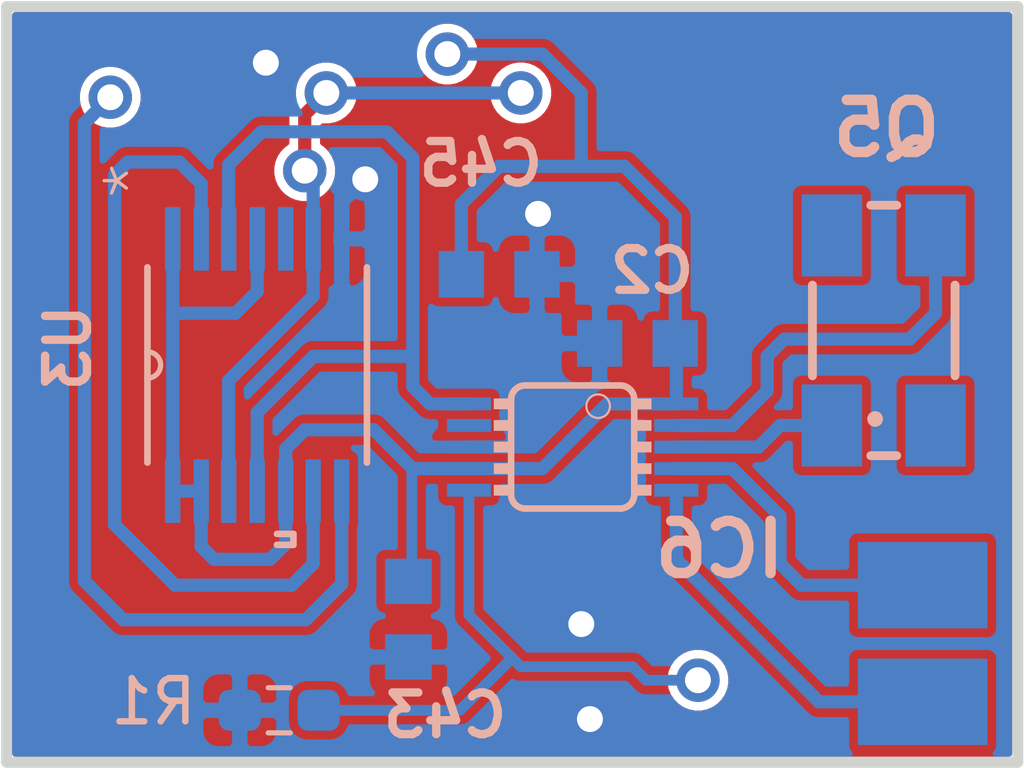
<source format=kicad_pcb>
(kicad_pcb (version 20171130) (host pcbnew 5.1.9-73d0e3b20d~88~ubuntu20.04.1)

  (general
    (thickness 1.6)
    (drawings 8)
    (tracks 132)
    (zones 0)
    (modules 13)
    (nets 14)
  )

  (page A4)
  (layers
    (0 Top signal hide)
    (31 Bottom signal)
    (32 B.Adhes user hide)
    (33 F.Adhes user hide)
    (34 B.Paste user hide)
    (35 F.Paste user hide)
    (36 B.SilkS user hide)
    (37 F.SilkS user hide)
    (38 B.Mask user)
    (39 F.Mask user hide)
    (40 Dwgs.User user hide)
    (41 Cmts.User user hide)
    (42 Eco1.User user hide)
    (43 Eco2.User user hide)
    (44 Edge.Cuts user hide)
    (45 Margin user hide)
    (46 B.CrtYd user hide)
    (47 F.CrtYd user hide)
    (48 B.Fab user hide)
    (49 F.Fab user hide)
  )

  (setup
    (last_trace_width 0.25)
    (trace_clearance 0.2)
    (zone_clearance 0.508)
    (zone_45_only no)
    (trace_min 0.2)
    (via_size 0.8)
    (via_drill 0.4)
    (via_min_size 0.4)
    (via_min_drill 0.3)
    (uvia_size 0.3)
    (uvia_drill 0.1)
    (uvias_allowed no)
    (uvia_min_size 0.2)
    (uvia_min_drill 0.1)
    (edge_width 0.05)
    (segment_width 0.2)
    (pcb_text_width 0.3)
    (pcb_text_size 1.5 1.5)
    (mod_edge_width 0.12)
    (mod_text_size 1 1)
    (mod_text_width 0.15)
    (pad_size 1.524 1.524)
    (pad_drill 0.762)
    (pad_to_mask_clearance 0)
    (aux_axis_origin 0 0)
    (visible_elements FFFFFF7F)
    (pcbplotparams
      (layerselection 0x010fc_ffffffff)
      (usegerberextensions false)
      (usegerberattributes true)
      (usegerberadvancedattributes true)
      (creategerberjobfile true)
      (excludeedgelayer true)
      (linewidth 0.100000)
      (plotframeref false)
      (viasonmask false)
      (mode 1)
      (useauxorigin false)
      (hpglpennumber 1)
      (hpglpenspeed 20)
      (hpglpendiameter 15.000000)
      (psnegative false)
      (psa4output false)
      (plotreference true)
      (plotvalue true)
      (plotinvisibletext false)
      (padsonsilk false)
      (subtractmaskfromsilk false)
      (outputformat 1)
      (mirror false)
      (drillshape 1)
      (scaleselection 1)
      (outputdirectory ""))
  )

  (net 0 "")
  (net 1 GND)
  (net 2 +5V)
  (net 3 /LO)
  (net 4 "Net-(IC6-Pad9)")
  (net 5 "Net-(IC6-Pad6)")
  (net 6 /SDA)
  (net 7 /SCL)
  (net 8 "Net-(IC6-Pad3)")
  (net 9 "Net-(IC6-Pad2)")
  (net 10 /CLKA)
  (net 11 /DQ)
  (net 12 /CLKB)
  (net 13 "Net-(U3-Pad5)")

  (net_class Default "This is the default net class."
    (clearance 0.2)
    (trace_width 0.25)
    (via_dia 0.8)
    (via_drill 0.4)
    (uvia_dia 0.3)
    (uvia_drill 0.1)
    (add_net +5V)
    (add_net /CLKA)
    (add_net /CLKB)
    (add_net /DQ)
    (add_net /LO)
    (add_net /SCL)
    (add_net /SDA)
    (add_net GND)
    (add_net "Net-(IC6-Pad2)")
    (add_net "Net-(IC6-Pad3)")
    (add_net "Net-(IC6-Pad6)")
    (add_net "Net-(IC6-Pad9)")
    (add_net "Net-(U3-Pad5)")
  )

  (module Resistor_SMD:R_0603_1608Metric_Pad0.98x0.95mm_HandSolder (layer Bottom) (tedit 5F68FEEE) (tstamp 5FF1FD69)
    (at 133.81 105.3 180)
    (descr "Resistor SMD 0603 (1608 Metric), square (rectangular) end terminal, IPC_7351 nominal with elongated pad for handsoldering. (Body size source: IPC-SM-782 page 72, https://www.pcb-3d.com/wordpress/wp-content/uploads/ipc-sm-782a_amendment_1_and_2.pdf), generated with kicad-footprint-generator")
    (tags "resistor handsolder")
    (path /5FF2B074)
    (attr smd)
    (fp_text reference R1 (at 2.91 0.2) (layer B.SilkS)
      (effects (font (size 1 1) (thickness 0.15)) (justify mirror))
    )
    (fp_text value 91k (at 0 -1.43) (layer B.Fab)
      (effects (font (size 1 1) (thickness 0.15)) (justify mirror))
    )
    (fp_line (start 1.65 -0.73) (end -1.65 -0.73) (layer B.CrtYd) (width 0.05))
    (fp_line (start 1.65 0.73) (end 1.65 -0.73) (layer B.CrtYd) (width 0.05))
    (fp_line (start -1.65 0.73) (end 1.65 0.73) (layer B.CrtYd) (width 0.05))
    (fp_line (start -1.65 -0.73) (end -1.65 0.73) (layer B.CrtYd) (width 0.05))
    (fp_line (start -0.254724 -0.5225) (end 0.254724 -0.5225) (layer B.SilkS) (width 0.12))
    (fp_line (start -0.254724 0.5225) (end 0.254724 0.5225) (layer B.SilkS) (width 0.12))
    (fp_line (start 0.8 -0.4125) (end -0.8 -0.4125) (layer B.Fab) (width 0.1))
    (fp_line (start 0.8 0.4125) (end 0.8 -0.4125) (layer B.Fab) (width 0.1))
    (fp_line (start -0.8 0.4125) (end 0.8 0.4125) (layer B.Fab) (width 0.1))
    (fp_line (start -0.8 -0.4125) (end -0.8 0.4125) (layer B.Fab) (width 0.1))
    (fp_text user %R (at 0 0) (layer B.Fab)
      (effects (font (size 0.4 0.4) (thickness 0.06)) (justify mirror))
    )
    (pad 2 smd roundrect (at 0.9125 0 180) (size 0.975 0.95) (layers Bottom B.Paste B.Mask) (roundrect_rratio 0.25)
      (net 1 GND))
    (pad 1 smd roundrect (at -0.9125 0 180) (size 0.975 0.95) (layers Bottom B.Paste B.Mask) (roundrect_rratio 0.25)
      (net 5 "Net-(IC6-Pad6)"))
    (model ${KISYS3DMOD}/Resistor_SMD.3dshapes/R_0603_1608Metric.wrl
      (at (xyz 0 0 0))
      (scale (xyz 1 1 1))
      (rotate (xyz 0 0 0))
    )
  )

  (module "" (layer Top) (tedit 0) (tstamp 0)
    (at 101.0011 86.5036)
    (fp_text reference @HOLE0 (at 0 0) (layer F.SilkS) hide
      (effects (font (size 1.27 1.27) (thickness 0.15)))
    )
    (fp_text value "" (at 0 0) (layer F.SilkS)
      (effects (font (size 1.27 1.27) (thickness 0.15)))
    )
    (pad "" np_thru_hole circle (at 0 0) (size 3.3 3.3) (drill 3.3) (layers *.Cu *.Mask))
  )

  (module "" (layer Top) (tedit 0) (tstamp 0)
    (at 101.0011 123.5036)
    (fp_text reference @HOLE1 (at 0 0) (layer F.SilkS) hide
      (effects (font (size 1.27 1.27) (thickness 0.15)))
    )
    (fp_text value "" (at 0 0) (layer F.SilkS)
      (effects (font (size 1.27 1.27) (thickness 0.15)))
    )
    (pad "" np_thru_hole circle (at 0 0) (size 3.3 3.3) (drill 3.3) (layers *.Cu *.Mask))
  )

  (module "" (layer Top) (tedit 0) (tstamp 0)
    (at 196.0011 86.5036)
    (fp_text reference @HOLE2 (at 0 0) (layer F.SilkS) hide
      (effects (font (size 1.27 1.27) (thickness 0.15)))
    )
    (fp_text value "" (at 0 0) (layer F.SilkS)
      (effects (font (size 1.27 1.27) (thickness 0.15)))
    )
    (pad "" np_thru_hole circle (at 0 0) (size 3.3 3.3) (drill 3.3) (layers *.Cu *.Mask))
  )

  (module "" (layer Top) (tedit 0) (tstamp 0)
    (at 196.0011 123.5036)
    (fp_text reference @HOLE3 (at 0 0) (layer F.SilkS) hide
      (effects (font (size 1.27 1.27) (thickness 0.15)))
    )
    (fp_text value "" (at 0 0) (layer F.SilkS)
      (effects (font (size 1.27 1.27) (thickness 0.15)))
    )
    (pad "" np_thru_hole circle (at 0 0) (size 3.3 3.3) (drill 3.3) (layers *.Cu *.Mask))
  )

  (module synthPCB_v2:MSOP10 (layer Bottom) (tedit 0) (tstamp 5FF1EBAA)
    (at 140.6011 99.2036 270)
    (descr "<b>10 Lead MSOP Package</b> NS Package Number MUB10A<p>\nSource: http://cache.national.com/ds/LM/LM5030.pdf")
    (path /6A4BA564)
    (fp_text reference IC6 (at 3.0764 -1.7789 180) (layer B.SilkS)
      (effects (font (size 1.2065 1.2065) (thickness 0.2413)) (justify right bottom mirror))
    )
    (fp_text value SI5351A (at 3.302 -2.54 180) (layer B.Fab)
      (effects (font (size 1.2065 1.2065) (thickness 0.12065)) (justify right bottom mirror))
    )
    (fp_poly (pts (xy -0.85 2.85) (xy -1.15 2.85) (xy -1.15 1.9) (xy -0.85 1.9)) (layer B.Paste) (width 0))
    (fp_poly (pts (xy -0.8 2.95) (xy -1.2 2.95) (xy -1.2 1.85) (xy -0.8 1.85)) (layer B.Mask) (width 0))
    (fp_poly (pts (xy -0.875 1.825) (xy -1.125 1.825) (xy -1.125 1.475) (xy -0.875 1.475)) (layer B.SilkS) (width 0))
    (fp_poly (pts (xy -0.875 2.45) (xy -1.125 2.45) (xy -1.125 1.825) (xy -0.875 1.825)) (layer B.Fab) (width 0))
    (fp_poly (pts (xy -0.35 2.85) (xy -0.65 2.85) (xy -0.65 1.9) (xy -0.35 1.9)) (layer B.Paste) (width 0))
    (fp_poly (pts (xy -0.3 2.95) (xy -0.7 2.95) (xy -0.7 1.85) (xy -0.3 1.85)) (layer B.Mask) (width 0))
    (fp_poly (pts (xy -0.375 1.825) (xy -0.625 1.825) (xy -0.625 1.475) (xy -0.375 1.475)) (layer B.SilkS) (width 0))
    (fp_poly (pts (xy -0.375 2.45) (xy -0.625 2.45) (xy -0.625 1.825) (xy -0.375 1.825)) (layer B.Fab) (width 0))
    (fp_poly (pts (xy 0.15 2.85) (xy -0.15 2.85) (xy -0.15 1.9) (xy 0.15 1.9)) (layer B.Paste) (width 0))
    (fp_poly (pts (xy 0.2 2.95) (xy -0.2 2.95) (xy -0.2 1.85) (xy 0.2 1.85)) (layer B.Mask) (width 0))
    (fp_poly (pts (xy 0.125 1.825) (xy -0.125 1.825) (xy -0.125 1.475) (xy 0.125 1.475)) (layer B.SilkS) (width 0))
    (fp_poly (pts (xy 0.125 2.45) (xy -0.125 2.45) (xy -0.125 1.825) (xy 0.125 1.825)) (layer B.Fab) (width 0))
    (fp_poly (pts (xy 0.65 2.85) (xy 0.35 2.85) (xy 0.35 1.9) (xy 0.65 1.9)) (layer B.Paste) (width 0))
    (fp_poly (pts (xy 0.7 2.95) (xy 0.3 2.95) (xy 0.3 1.85) (xy 0.7 1.85)) (layer B.Mask) (width 0))
    (fp_poly (pts (xy 0.625 1.825) (xy 0.375 1.825) (xy 0.375 1.475) (xy 0.625 1.475)) (layer B.SilkS) (width 0))
    (fp_poly (pts (xy 0.625 2.45) (xy 0.375 2.45) (xy 0.375 1.825) (xy 0.625 1.825)) (layer B.Fab) (width 0))
    (fp_poly (pts (xy 1.15 2.85) (xy 0.85 2.85) (xy 0.85 1.9) (xy 1.15 1.9)) (layer B.Paste) (width 0))
    (fp_poly (pts (xy 1.2 2.95) (xy 0.8 2.95) (xy 0.8 1.85) (xy 1.2 1.85)) (layer B.Mask) (width 0))
    (fp_poly (pts (xy 1.125 1.825) (xy 0.875 1.825) (xy 0.875 1.475) (xy 1.125 1.475)) (layer B.SilkS) (width 0))
    (fp_poly (pts (xy 1.125 2.45) (xy 0.875 2.45) (xy 0.875 1.825) (xy 1.125 1.825)) (layer B.Fab) (width 0))
    (fp_poly (pts (xy 0.85 -2.85) (xy 1.15 -2.85) (xy 1.15 -1.9) (xy 0.85 -1.9)) (layer B.Paste) (width 0))
    (fp_poly (pts (xy 0.8 -2.95) (xy 1.2 -2.95) (xy 1.2 -1.85) (xy 0.8 -1.85)) (layer B.Mask) (width 0))
    (fp_poly (pts (xy 0.875 -1.825) (xy 1.125 -1.825) (xy 1.125 -1.475) (xy 0.875 -1.475)) (layer B.SilkS) (width 0))
    (fp_poly (pts (xy 0.875 -2.45) (xy 1.125 -2.45) (xy 1.125 -1.825) (xy 0.875 -1.825)) (layer B.Fab) (width 0))
    (fp_poly (pts (xy 0.35 -2.85) (xy 0.65 -2.85) (xy 0.65 -1.9) (xy 0.35 -1.9)) (layer B.Paste) (width 0))
    (fp_poly (pts (xy 0.3 -2.95) (xy 0.7 -2.95) (xy 0.7 -1.85) (xy 0.3 -1.85)) (layer B.Mask) (width 0))
    (fp_poly (pts (xy 0.375 -1.825) (xy 0.625 -1.825) (xy 0.625 -1.475) (xy 0.375 -1.475)) (layer B.SilkS) (width 0))
    (fp_poly (pts (xy 0.375 -2.45) (xy 0.625 -2.45) (xy 0.625 -1.825) (xy 0.375 -1.825)) (layer B.Fab) (width 0))
    (fp_poly (pts (xy -0.15 -2.85) (xy 0.15 -2.85) (xy 0.15 -1.9) (xy -0.15 -1.9)) (layer B.Paste) (width 0))
    (fp_poly (pts (xy -0.2 -2.95) (xy 0.2 -2.95) (xy 0.2 -1.85) (xy -0.2 -1.85)) (layer B.Mask) (width 0))
    (fp_poly (pts (xy -0.125 -1.825) (xy 0.125 -1.825) (xy 0.125 -1.475) (xy -0.125 -1.475)) (layer B.SilkS) (width 0))
    (fp_poly (pts (xy -0.125 -2.45) (xy 0.125 -2.45) (xy 0.125 -1.825) (xy -0.125 -1.825)) (layer B.Fab) (width 0))
    (fp_poly (pts (xy -0.65 -2.85) (xy -0.35 -2.85) (xy -0.35 -1.9) (xy -0.65 -1.9)) (layer B.Paste) (width 0))
    (fp_poly (pts (xy -0.7 -2.95) (xy -0.3 -2.95) (xy -0.3 -1.85) (xy -0.7 -1.85)) (layer B.Mask) (width 0))
    (fp_poly (pts (xy -0.625 -1.825) (xy -0.375 -1.825) (xy -0.375 -1.475) (xy -0.625 -1.475)) (layer B.SilkS) (width 0))
    (fp_poly (pts (xy -0.625 -2.45) (xy -0.375 -2.45) (xy -0.375 -1.825) (xy -0.625 -1.825)) (layer B.Fab) (width 0))
    (fp_poly (pts (xy -1.15 -2.85) (xy -0.85 -2.85) (xy -0.85 -1.9) (xy -1.15 -1.9)) (layer B.Paste) (width 0))
    (fp_poly (pts (xy -1.2 -2.95) (xy -0.8 -2.95) (xy -0.8 -1.85) (xy -1.2 -1.85)) (layer B.Mask) (width 0))
    (fp_poly (pts (xy -1.125 -1.825) (xy -0.875 -1.825) (xy -0.875 -1.475) (xy -1.125 -1.475)) (layer B.SilkS) (width 0))
    (fp_poly (pts (xy -1.125 -2.45) (xy -0.875 -2.45) (xy -0.875 -1.825) (xy -1.125 -1.825)) (layer B.Fab) (width 0))
    (fp_circle (center -0.9456 -0.5906) (end -0.6729 -0.5906) (layer B.SilkS) (width 0.0508))
    (fp_line (start -1.101 1.424) (end 1.099 1.424) (layer B.SilkS) (width 0.1524))
    (fp_line (start -1.1 -1.425) (end 1.099 -1.426) (layer B.SilkS) (width 0.1524))
    (fp_line (start -1.426 -1.101) (end -1.426 1.099) (layer B.SilkS) (width 0.1524))
    (fp_line (start 1.424 1.099) (end 1.424 -1.101) (layer B.SilkS) (width 0.1524))
    (fp_arc (start 1.099 -1.101) (end 1.099 -1.426) (angle 90) (layer B.SilkS) (width 0.1524))
    (fp_arc (start -1.101 -1.101) (end -1.426 -1.101) (angle 90) (layer B.SilkS) (width 0.1524))
    (fp_arc (start -1.101 1.099) (end -1.426 1.099) (angle -90) (layer B.SilkS) (width 0.1524))
    (fp_arc (start 1.099 1.099) (end 1.099 1.424) (angle -90) (layer B.SilkS) (width 0.1524))
    (pad 10 smd rect (at -1 2.4 90) (size 0.3 1.02) (layers Bottom B.Mask)
      (net 3 /LO) (solder_mask_margin 0.1016))
    (pad 9 smd rect (at -0.5 2.4 90) (size 0.3 1.02) (layers Bottom B.Mask)
      (net 4 "Net-(IC6-Pad9)") (solder_mask_margin 0.1016))
    (pad 8 smd rect (at 0 2.4 90) (size 0.3 1.02) (layers Bottom B.Mask)
      (net 1 GND) (solder_mask_margin 0.1016))
    (pad 7 smd rect (at 0.5 2.4 90) (size 0.3 1.02) (layers Bottom B.Mask)
      (net 2 +5V) (solder_mask_margin 0.1016))
    (pad 6 smd rect (at 1 2.4 90) (size 0.3 1.02) (layers Bottom B.Mask)
      (net 5 "Net-(IC6-Pad6)") (solder_mask_margin 0.1016))
    (pad 5 smd rect (at 1 -2.4 270) (size 0.3 1.02) (layers Bottom B.Mask)
      (net 6 /SDA) (solder_mask_margin 0.1016))
    (pad 4 smd rect (at 0.5 -2.4 270) (size 0.3 1.02) (layers Bottom B.Mask)
      (net 7 /SCL) (solder_mask_margin 0.1016))
    (pad 3 smd rect (at 0 -2.4 270) (size 0.3 1.02) (layers Bottom B.Mask)
      (net 8 "Net-(IC6-Pad3)") (solder_mask_margin 0.1016))
    (pad 2 smd rect (at -0.5 -2.4 270) (size 0.3 1.02) (layers Bottom B.Mask)
      (net 9 "Net-(IC6-Pad2)") (solder_mask_margin 0.1016))
    (pad 1 smd rect (at -1 -2.4 270) (size 0.3 1.02) (layers Bottom B.Mask)
      (net 2 +5V) (solder_mask_margin 0.1016))
  )

  (module synthPCB_v2:C0603K (layer Bottom) (tedit 0) (tstamp 5FF1EBE8)
    (at 138.9011 95.2036 180)
    (descr "<b>Ceramic Chip Capacitor KEMET 0603 Reflow solder</b><p>\nMetric Code Size 1608")
    (path /093AA91A)
    (fp_text reference C45 (at 1.9511 1.9936) (layer B.SilkS)
      (effects (font (size 0.9652 0.9652) (thickness 0.19304)) (justify right bottom mirror))
    )
    (fp_text value 0.1uF (at -0.8 -1.65) (layer B.Fab)
      (effects (font (size 0.9652 0.9652) (thickness 0.077216)) (justify right bottom mirror))
    )
    (fp_poly (pts (xy 0.45 -0.4) (xy 0.8 -0.4) (xy 0.8 0.4) (xy 0.45 0.4)) (layer B.Fab) (width 0))
    (fp_poly (pts (xy -0.8 -0.4) (xy -0.45 -0.4) (xy -0.45 0.4) (xy -0.8 0.4)) (layer B.Fab) (width 0))
    (fp_line (start 0.725 -0.35) (end -0.725 -0.35) (layer B.Fab) (width 0.1016))
    (fp_line (start -0.725 0.35) (end 0.725 0.35) (layer B.Fab) (width 0.1016))
    (pad 2 smd rect (at 0.875 0 180) (size 1.05 1.08) (layers Bottom B.Paste B.Mask)
      (net 2 +5V) (solder_mask_margin 0.1016))
    (pad 1 smd rect (at -0.875 0 180) (size 1.05 1.08) (layers Bottom B.Paste B.Mask)
      (net 1 GND) (solder_mask_margin 0.1016))
  )

  (module synthPCB_v2:C0603K (layer Bottom) (tedit 0) (tstamp 5FF1EBF1)
    (at 136.8 103.19 90)
    (descr "<b>Ceramic Chip Capacitor KEMET 0603 Reflow solder</b><p>\nMetric Code Size 1608")
    (path /D78D529F)
    (fp_text reference C43 (at -2.79 2.38 180) (layer B.SilkS)
      (effects (font (size 0.9652 0.9652) (thickness 0.19304)) (justify left bottom mirror))
    )
    (fp_text value 1u (at -0.8 -1.65 90) (layer B.Fab)
      (effects (font (size 0.9652 0.9652) (thickness 0.077216)) (justify left bottom mirror))
    )
    (fp_poly (pts (xy 0.45 -0.4) (xy 0.8 -0.4) (xy 0.8 0.4) (xy 0.45 0.4)) (layer B.Fab) (width 0))
    (fp_poly (pts (xy -0.8 -0.4) (xy -0.45 -0.4) (xy -0.45 0.4) (xy -0.8 0.4)) (layer B.Fab) (width 0))
    (fp_line (start 0.725 -0.35) (end -0.725 -0.35) (layer B.Fab) (width 0.1016))
    (fp_line (start -0.725 0.35) (end 0.725 0.35) (layer B.Fab) (width 0.1016))
    (pad 2 smd rect (at 0.875 0 90) (size 1.05 1.08) (layers Bottom B.Paste B.Mask)
      (net 2 +5V) (solder_mask_margin 0.1016))
    (pad 1 smd rect (at -0.875 0 90) (size 1.05 1.08) (layers Bottom B.Paste B.Mask)
      (net 1 GND) (solder_mask_margin 0.1016))
  )

  (module synthPCB_v2:SOP65P640X120-14N (layer Bottom) (tedit 0) (tstamp 5FF21361)
    (at 133.3011 97.3036 270)
    (path /9A04CEE8)
    (fp_text reference U3 (at 0.6964 3.8111 270) (layer B.SilkS)
      (effects (font (size 0.969 0.969) (thickness 0.1938)) (justify right bottom mirror))
    )
    (fp_text value "74LCX74MTC " (at -5.6642 -5.588 270) (layer B.Fab)
      (effects (font (size 1.97866 1.97866) (thickness 0.197866)) (justify right bottom mirror))
    )
    (fp_line (start 3.9116 -0.8382) (end 3.9116 -0.4572) (layer B.SilkS) (width 0.1524))
    (fp_line (start 4.1656 -0.8382) (end 3.9116 -0.8382) (layer B.SilkS) (width 0.1524))
    (fp_line (start 4.1656 -0.4572) (end 4.1656 -0.8382) (layer B.SilkS) (width 0.1524))
    (fp_line (start -0.3048 2.54) (end -2.2606 2.54) (layer B.SilkS) (width 0.1524))
    (fp_line (start 0.3048 2.54) (end -0.3048 2.54) (layer B.SilkS) (width 0.1524))
    (fp_line (start 2.2606 2.54) (end 0.3048 2.54) (layer B.SilkS) (width 0.1524))
    (fp_line (start -2.2606 -2.54) (end 2.2606 -2.54) (layer B.SilkS) (width 0.1524))
    (fp_line (start -2.2606 2.54) (end -2.2606 -2.54) (layer B.Fab) (width 0.1524))
    (fp_line (start -0.3048 2.54) (end -2.2606 2.54) (layer B.Fab) (width 0.1524))
    (fp_line (start 0.3048 2.54) (end -0.3048 2.54) (layer B.Fab) (width 0.1524))
    (fp_line (start 2.2606 2.54) (end 0.3048 2.54) (layer B.Fab) (width 0.1524))
    (fp_line (start 2.2606 -2.54) (end 2.2606 2.54) (layer B.Fab) (width 0.1524))
    (fp_line (start -2.2606 -2.54) (end 2.2606 -2.54) (layer B.Fab) (width 0.1524))
    (fp_line (start 3.302 2.1082) (end 2.2606 2.1082) (layer B.Fab) (width 0.1524))
    (fp_line (start 3.302 1.8034) (end 3.302 2.1082) (layer B.Fab) (width 0.1524))
    (fp_line (start 2.2606 1.8034) (end 3.302 1.8034) (layer B.Fab) (width 0.1524))
    (fp_line (start 2.2606 2.1082) (end 2.2606 1.8034) (layer B.Fab) (width 0.1524))
    (fp_line (start 3.302 1.4478) (end 2.2606 1.4478) (layer B.Fab) (width 0.1524))
    (fp_line (start 3.302 1.143) (end 3.302 1.4478) (layer B.Fab) (width 0.1524))
    (fp_line (start 2.2606 1.143) (end 3.302 1.143) (layer B.Fab) (width 0.1524))
    (fp_line (start 2.2606 1.4478) (end 2.2606 1.143) (layer B.Fab) (width 0.1524))
    (fp_line (start 3.302 0.7874) (end 2.2606 0.7874) (layer B.Fab) (width 0.1524))
    (fp_line (start 3.302 0.508) (end 3.302 0.7874) (layer B.Fab) (width 0.1524))
    (fp_line (start 2.2606 0.508) (end 3.302 0.508) (layer B.Fab) (width 0.1524))
    (fp_line (start 2.2606 0.7874) (end 2.2606 0.508) (layer B.Fab) (width 0.1524))
    (fp_line (start 3.302 0.1524) (end 2.2606 0.1524) (layer B.Fab) (width 0.1524))
    (fp_line (start 3.302 -0.1524) (end 3.302 0.1524) (layer B.Fab) (width 0.1524))
    (fp_line (start 2.2606 -0.1524) (end 3.302 -0.1524) (layer B.Fab) (width 0.1524))
    (fp_line (start 2.2606 0.1524) (end 2.2606 -0.1524) (layer B.Fab) (width 0.1524))
    (fp_line (start 3.302 -0.508) (end 2.2606 -0.508) (layer B.Fab) (width 0.1524))
    (fp_line (start 3.302 -0.7874) (end 3.302 -0.508) (layer B.Fab) (width 0.1524))
    (fp_line (start 2.2606 -0.7874) (end 3.302 -0.7874) (layer B.Fab) (width 0.1524))
    (fp_line (start 2.2606 -0.508) (end 2.2606 -0.7874) (layer B.Fab) (width 0.1524))
    (fp_line (start 3.302 -1.143) (end 2.2606 -1.143) (layer B.Fab) (width 0.1524))
    (fp_line (start 3.302 -1.4478) (end 3.302 -1.143) (layer B.Fab) (width 0.1524))
    (fp_line (start 2.2606 -1.4478) (end 3.302 -1.4478) (layer B.Fab) (width 0.1524))
    (fp_line (start 2.2606 -1.143) (end 2.2606 -1.4478) (layer B.Fab) (width 0.1524))
    (fp_line (start 3.302 -1.8034) (end 2.2606 -1.8034) (layer B.Fab) (width 0.1524))
    (fp_line (start 3.302 -2.1082) (end 3.302 -1.8034) (layer B.Fab) (width 0.1524))
    (fp_line (start 2.2606 -2.1082) (end 3.302 -2.1082) (layer B.Fab) (width 0.1524))
    (fp_line (start 2.2606 -1.8034) (end 2.2606 -2.1082) (layer B.Fab) (width 0.1524))
    (fp_line (start -3.302 -2.1082) (end -2.2606 -2.1082) (layer B.Fab) (width 0.1524))
    (fp_line (start -3.302 -1.8034) (end -3.302 -2.1082) (layer B.Fab) (width 0.1524))
    (fp_line (start -2.2606 -1.8034) (end -3.302 -1.8034) (layer B.Fab) (width 0.1524))
    (fp_line (start -2.2606 -2.1082) (end -2.2606 -1.8034) (layer B.Fab) (width 0.1524))
    (fp_line (start -3.302 -1.4478) (end -2.2606 -1.4478) (layer B.Fab) (width 0.1524))
    (fp_line (start -3.302 -1.143) (end -3.302 -1.4478) (layer B.Fab) (width 0.1524))
    (fp_line (start -2.2606 -1.143) (end -3.302 -1.143) (layer B.Fab) (width 0.1524))
    (fp_line (start -2.2606 -1.4478) (end -2.2606 -1.143) (layer B.Fab) (width 0.1524))
    (fp_line (start -3.302 -0.7874) (end -2.2606 -0.7874) (layer B.Fab) (width 0.1524))
    (fp_line (start -3.302 -0.508) (end -3.302 -0.7874) (layer B.Fab) (width 0.1524))
    (fp_line (start -2.2606 -0.508) (end -3.302 -0.508) (layer B.Fab) (width 0.1524))
    (fp_line (start -2.2606 -0.7874) (end -2.2606 -0.508) (layer B.Fab) (width 0.1524))
    (fp_line (start -3.302 -0.1524) (end -2.2606 -0.1524) (layer B.Fab) (width 0.1524))
    (fp_line (start -3.302 0.1524) (end -3.302 -0.1524) (layer B.Fab) (width 0.1524))
    (fp_line (start -2.2606 0.1524) (end -3.302 0.1524) (layer B.Fab) (width 0.1524))
    (fp_line (start -2.2606 -0.1524) (end -2.2606 0.1524) (layer B.Fab) (width 0.1524))
    (fp_line (start -3.302 0.508) (end -2.2606 0.508) (layer B.Fab) (width 0.1524))
    (fp_line (start -3.302 0.7874) (end -3.302 0.508) (layer B.Fab) (width 0.1524))
    (fp_line (start -2.2606 0.7874) (end -3.302 0.7874) (layer B.Fab) (width 0.1524))
    (fp_line (start -2.2606 0.508) (end -2.2606 0.7874) (layer B.Fab) (width 0.1524))
    (fp_line (start -3.302 1.143) (end -2.2606 1.143) (layer B.Fab) (width 0.1524))
    (fp_line (start -3.302 1.4478) (end -3.302 1.143) (layer B.Fab) (width 0.1524))
    (fp_line (start -2.2606 1.4478) (end -3.302 1.4478) (layer B.Fab) (width 0.1524))
    (fp_line (start -2.2606 1.143) (end -2.2606 1.4478) (layer B.Fab) (width 0.1524))
    (fp_line (start -3.302 1.8034) (end -2.2606 1.8034) (layer B.Fab) (width 0.1524))
    (fp_line (start -3.302 2.1082) (end -3.302 1.8034) (layer B.Fab) (width 0.1524))
    (fp_line (start -2.2606 2.1082) (end -3.302 2.1082) (layer B.Fab) (width 0.1524))
    (fp_line (start -2.2606 1.8034) (end -2.2606 2.1082) (layer B.Fab) (width 0.1524))
    (fp_text user * (at -3.7592 2.1844 270) (layer B.SilkS)
      (effects (font (size 1.2065 1.2065) (thickness 0.0762)) (justify right bottom mirror))
    )
    (fp_arc (start 0 2.54) (end 0.3048 2.54) (angle -180) (layer B.SilkS) (width 0.12))
    (fp_text user * (at -3.7592 2.1844 270) (layer B.Fab)
      (effects (font (size 1.2065 1.2065) (thickness 0.0762)) (justify right bottom mirror))
    )
    (fp_arc (start 0 2.54) (end 0.3048 2.54) (angle -180) (layer B.Fab) (width 0.1))
    (pad 14 smd rect (at 2.921 1.9558 270) (size 1.4732 0.3556) (layers Bottom B.Paste B.Mask)
      (net 2 +5V) (solder_mask_margin 0.1016))
    (pad 13 smd rect (at 2.921 1.2954 270) (size 1.4732 0.3556) (layers Bottom B.Paste B.Mask)
      (net 2 +5V) (solder_mask_margin 0.1016))
    (pad 12 smd rect (at 2.921 0.6604 270) (size 1.4732 0.3556) (layers Bottom B.Paste B.Mask)
      (net 10 /CLKA) (solder_mask_margin 0.1016))
    (pad 11 smd rect (at 2.921 0 270) (size 1.4732 0.3556) (layers Bottom B.Paste B.Mask)
      (net 3 /LO) (solder_mask_margin 0.1016))
    (pad 10 smd rect (at 2.921 -0.6604 270) (size 1.4732 0.3556) (layers Bottom B.Paste B.Mask)
      (net 2 +5V) (solder_mask_margin 0.1016))
    (pad 9 smd rect (at 2.921 -1.2954 270) (size 1.4732 0.3556) (layers Bottom B.Paste B.Mask)
      (net 11 /DQ) (solder_mask_margin 0.1016))
    (pad 8 smd rect (at 2.921 -1.9558 270) (size 1.4732 0.3556) (layers Bottom B.Paste B.Mask)
      (net 12 /CLKB) (solder_mask_margin 0.1016))
    (pad 7 smd rect (at -2.921 -1.9558 270) (size 1.4732 0.3556) (layers Bottom B.Paste B.Mask)
      (net 1 GND) (solder_mask_margin 0.1016))
    (pad 6 smd rect (at -2.921 -1.2954 270) (size 1.4732 0.3556) (layers Bottom B.Paste B.Mask)
      (net 10 /CLKA) (solder_mask_margin 0.1016))
    (pad 5 smd rect (at -2.921 -0.6604 270) (size 1.4732 0.3556) (layers Bottom B.Paste B.Mask)
      (net 13 "Net-(U3-Pad5)") (solder_mask_margin 0.1016))
    (pad 4 smd rect (at -2.921 0 270) (size 1.4732 0.3556) (layers Bottom B.Paste B.Mask)
      (net 2 +5V) (solder_mask_margin 0.1016))
    (pad 3 smd rect (at -2.921 0.6604 270) (size 1.4732 0.3556) (layers Bottom B.Paste B.Mask)
      (net 3 /LO) (solder_mask_margin 0.1016))
    (pad 2 smd rect (at -2.921 1.2954 270) (size 1.4732 0.3556) (layers Bottom B.Paste B.Mask)
      (net 11 /DQ) (solder_mask_margin 0.1016))
    (pad 1 smd rect (at -2.921 1.9558 270) (size 1.4732 0.3556) (layers Bottom B.Paste B.Mask)
      (net 2 +5V) (solder_mask_margin 0.1016))
  )

  (module synthPCB_v2:CTS406 (layer Bottom) (tedit 0) (tstamp 5FF1EC54)
    (at 147.8011 96.5036 90)
    (descr "<b>Model 406 6.0x3.5mm Low Cost Surface Mount Crystal</b><p>\nSource: 008-0260-0_E.pdf")
    (path /2EFB3759)
    (fp_text reference Q5 (at 3.9736 -1.3011 180) (layer B.SilkS)
      (effects (font (size 1.2065 1.2065) (thickness 0.2413)) (justify right bottom mirror))
    )
    (fp_text value "27 MHz" (at -2.54 -3.81 90) (layer B.Fab)
      (effects (font (size 1.2065 1.2065) (thickness 0.09652)) (justify right bottom mirror))
    )
    (fp_circle (center -2.05 -0.2) (end -1.959 -0.2) (layer B.SilkS) (width 0.182))
    (fp_line (start -2.9 0.3) (end -2.9 1.225) (layer B.Fab) (width 0.2032))
    (fp_line (start -2.9 -0.3) (end -2.9 0.3) (layer B.SilkS) (width 0.2032))
    (fp_line (start -2.9 -1.225) (end -2.9 -0.3) (layer B.Fab) (width 0.2032))
    (fp_line (start -1.05 -1.65) (end -2.475 -1.65) (layer B.Fab) (width 0.2032))
    (fp_line (start 1.05 -1.65) (end -1.05 -1.65) (layer B.SilkS) (width 0.2032))
    (fp_line (start 2.475 -1.65) (end 1.05 -1.65) (layer B.Fab) (width 0.2032))
    (fp_line (start 2.9 -0.3) (end 2.9 -1.225) (layer B.Fab) (width 0.2032))
    (fp_line (start 2.9 0.3) (end 2.9 -0.3) (layer B.SilkS) (width 0.2032))
    (fp_line (start 2.9 1.225) (end 2.9 0.3) (layer B.Fab) (width 0.2032))
    (fp_line (start 1.05 1.65) (end 2.475 1.65) (layer B.Fab) (width 0.2032))
    (fp_line (start -1.05 1.65) (end 1.05 1.65) (layer B.SilkS) (width 0.2032))
    (fp_line (start -2.475 1.65) (end -1.05 1.65) (layer B.Fab) (width 0.2032))
    (fp_arc (start -2.901799 -1.651799) (end -2.475 -1.65) (angle 89.516721) (layer B.Fab) (width 0.2032))
    (fp_arc (start 2.901799 -1.651799) (end 2.9 -1.225) (angle 89.516721) (layer B.Fab) (width 0.2032))
    (fp_arc (start 2.901799 1.651799) (end 2.475 1.65) (angle 89.516721) (layer B.Fab) (width 0.2032))
    (fp_arc (start -2.901799 1.651799) (end -2.9 1.225) (angle 89.516721) (layer B.Fab) (width 0.2032))
    (pad 4 smd rect (at -2.2 1.2 90) (size 1.9 1.4) (layers Bottom B.Paste B.Mask)
      (solder_mask_margin 0.1016))
    (pad 3 smd rect (at 2.2 1.2 90) (size 1.9 1.4) (layers Bottom B.Paste B.Mask)
      (net 9 "Net-(IC6-Pad2)") (solder_mask_margin 0.1016))
    (pad 2 smd rect (at 2.2 -1.2 90) (size 1.9 1.4) (layers Bottom B.Paste B.Mask)
      (solder_mask_margin 0.1016))
    (pad 1 smd rect (at -2.2 -1.2 90) (size 1.9 1.4) (layers Bottom B.Paste B.Mask)
      (net 8 "Net-(IC6-Pad3)") (solder_mask_margin 0.1016))
  )

  (module synthPCB_v2:EDGEPAD (layer Bottom) (tedit 0) (tstamp 5FF1EC6C)
    (at 148.7011 105.1036)
    (path /6A689A17)
    (fp_text reference U$5 (at 0 0) (layer B.SilkS) hide
      (effects (font (size 1.27 1.27) (thickness 0.15)) (justify mirror))
    )
    (fp_text value EDGEPAD (at 0 0) (layer B.SilkS) hide
      (effects (font (size 1.27 1.27) (thickness 0.15)) (justify mirror))
    )
    (pad P$1 smd rect (at 0 0) (size 3 2) (layers Bottom B.Paste B.Mask)
      (net 6 /SDA) (solder_mask_margin 0.1016))
  )

  (module synthPCB_v2:EDGEPAD (layer Bottom) (tedit 0) (tstamp 5FF1EC70)
    (at 148.7011 102.4036 180)
    (path /371C5F19)
    (fp_text reference U$6 (at 0 0 180) (layer B.SilkS) hide
      (effects (font (size 1.27 1.27) (thickness 0.15)) (justify mirror))
    )
    (fp_text value EDGEPAD (at 0 0 180) (layer B.SilkS) hide
      (effects (font (size 1.27 1.27) (thickness 0.15)) (justify mirror))
    )
    (pad P$1 smd rect (at 0 0 180) (size 3 2) (layers Bottom B.Paste B.Mask)
      (net 7 /SCL) (solder_mask_margin 0.1016))
  )

  (module synthPCB_v2:C0603K (layer Bottom) (tedit 0) (tstamp 5FF21240)
    (at 142.1011 96.8036)
    (descr "<b>Ceramic Chip Capacitor KEMET 0603 Reflow solder</b><p>\nMetric Code Size 1608")
    (path /500D594B)
    (fp_text reference C2 (at -0.7311 -1.1136) (layer B.SilkS)
      (effects (font (size 0.9652 0.9652) (thickness 0.19304)) (justify right bottom mirror))
    )
    (fp_text value 1u (at -0.8 -1.65) (layer B.Fab)
      (effects (font (size 0.9652 0.9652) (thickness 0.077216)) (justify right bottom mirror))
    )
    (fp_poly (pts (xy 0.45 -0.4) (xy 0.8 -0.4) (xy 0.8 0.4) (xy 0.45 0.4)) (layer B.Fab) (width 0))
    (fp_poly (pts (xy -0.8 -0.4) (xy -0.45 -0.4) (xy -0.45 0.4) (xy -0.8 0.4)) (layer B.Fab) (width 0))
    (fp_line (start 0.725 -0.35) (end -0.725 -0.35) (layer B.Fab) (width 0.1016))
    (fp_line (start -0.725 0.35) (end 0.725 0.35) (layer B.Fab) (width 0.1016))
    (pad 2 smd rect (at 0.875 0) (size 1.05 1.08) (layers Bottom B.Paste B.Mask)
      (net 2 +5V) (solder_mask_margin 0.1016))
    (pad 1 smd rect (at -0.875 0) (size 1.05 1.08) (layers Bottom B.Paste B.Mask)
      (net 1 GND) (solder_mask_margin 0.1016))
  )

  (gr_line (start 98.5011 126.0036) (end 198.5011 126.0036) (layer Dwgs.User) (width 0.05) (tstamp CB1B0400))
  (gr_line (start 198.5011 126.0036) (end 198.5011 84.0036) (layer Dwgs.User) (width 0.05) (tstamp CB1B0830))
  (gr_line (start 198.5011 84.0036) (end 98.5011 84.0036) (layer Dwgs.User) (width 0.05) (tstamp CB1B0C30))
  (gr_line (start 98.5011 84.0036) (end 98.5011 126.0036) (layer Dwgs.User) (width 0.05) (tstamp CB1B1030))
  (gr_line (start 127.5011 89.0036) (end 150.9011 89.0036) (layer Edge.Cuts) (width 0.254) (tstamp CB1B1EC0))
  (gr_line (start 150.9011 89.0036) (end 150.9011 106.5036) (layer Edge.Cuts) (width 0.254) (tstamp C9FBAF30))
  (gr_line (start 150.9011 106.5036) (end 127.5011 106.5036) (layer Edge.Cuts) (width 0.254) (tstamp C9FBB3B0))
  (gr_line (start 127.5011 106.5036) (end 127.5011 89.0036) (layer Edge.Cuts) (width 0.254) (tstamp C9FBB830))

  (via (at 133.5011 90.3036) (size 1.0064) (drill 0.6) (layers Top Bottom) (net 1) (tstamp CB24D060))
  (segment (start 135.2569 94.3826) (end 135.2569 93.5478) (width 0.3048) (layer Bottom) (net 1) (tstamp CB24D3F0))
  (segment (start 135.2569 93.5478) (end 135.8011 93.0036) (width 0.3048) (layer Bottom) (net 1) (tstamp CB24D8E0))
  (via (at 135.8011 93.0036) (size 1.0064) (drill 0.6) (layers Top Bottom) (net 1) (tstamp CB24DD90))
  (segment (start 139.7761 95.2036) (end 139.7761 98.6286) (width 0.3048) (layer Bottom) (net 1) (tstamp CB24E0C0))
  (segment (start 139.7761 98.6286) (end 139.2011 99.2036) (width 0.3048) (layer Bottom) (net 1) (tstamp CB24E5A0))
  (segment (start 138.2011 99.2036) (end 139.2011 99.2036) (width 0.3048) (layer Bottom) (net 1) (tstamp CB24EA70))
  (segment (start 141.2261 96.8036) (end 141.2261 95.3286) (width 0.3048) (layer Bottom) (net 1) (tstamp CB24EF20))
  (segment (start 139.7761 95.2036) (end 141.1011 95.2036) (width 0.3048) (layer Bottom) (net 1) (tstamp CB24F400))
  (segment (start 141.1011 95.2036) (end 141.2261 95.3286) (width 0.3048) (layer Bottom) (net 1) (tstamp CB24F8C0))
  (segment (start 139.7761 95.2036) (end 139.7761 93.8286) (width 0.3048) (layer Bottom) (net 1) (tstamp CB24FD90))
  (segment (start 139.7761 93.8286) (end 139.8011 93.8036) (width 0.3048) (layer Bottom) (net 1) (tstamp CB250270))
  (via (at 139.8011 93.8036) (size 1.0064) (drill 0.6) (layers Top Bottom) (net 1) (tstamp CB250740))
  (segment (start 139.8011 93.8036) (end 137.7011 93.8036) (width 0.3048) (layer Top) (net 1) (tstamp CB250A90))
  (segment (start 137.7011 93.8036) (end 136.6011 93.8036) (width 0.3048) (layer Top) (net 1) (tstamp CB250F40))
  (segment (start 136.6011 93.8036) (end 135.8011 93.0036) (width 0.3048) (layer Top) (net 1) (tstamp CB2513F0))
  (segment (start 128.7011 93.8036) (end 130.7011 93.8036) (width 0.3048) (layer Top) (net 1) (tstamp CB251880))
  (segment (start 130.7011 93.8036) (end 132.7011 95.8036) (width 0.3048) (layer Top) (net 1) (tstamp CB251D30))
  (segment (start 132.7011 95.8036) (end 134.9011 95.8036) (width 0.3048) (layer Top) (net 1) (tstamp CB2521E0))
  (segment (start 134.9011 95.8036) (end 136.7011 95.8036) (width 0.3048) (layer Top) (net 1) (tstamp CB252690))
  (segment (start 136.7011 95.8036) (end 137.7011 94.8036) (width 0.3048) (layer Top) (net 1) (tstamp CB252B40))
  (segment (start 137.7011 94.8036) (end 137.7011 93.8036) (width 0.3048) (layer Top) (net 1) (tstamp CB252FF0))
  (segment (start 140.7761 101.5036) (end 140.7761 103.2786) (width 0.3048) (layer Bottom) (net 1) (tstamp CB2534A0))
  (segment (start 140.7761 103.2786) (end 140.8011 103.3036) (width 0.3048) (layer Bottom) (net 1) (tstamp CB253980))
  (via (at 140.8011 103.3036) (size 1.0064) (drill 0.6) (layers Top Bottom) (net 1) (tstamp CB253E50))
  (segment (start 140.8011 103.3036) (end 139.7011 103.3036) (width 0.3048) (layer Top) (net 1) (tstamp CB2541A0))
  (segment (start 139.7011 103.3036) (end 134.9011 98.5036) (width 0.3048) (layer Top) (net 1) (tstamp CB254650))
  (segment (start 134.9011 98.5036) (end 134.9011 95.8036) (width 0.3048) (layer Top) (net 1) (tstamp CB254B00))
  (via (at 141.0011 105.5036) (size 1.0064) (drill 0.6) (layers Top Bottom) (net 1) (tstamp CB2563E0))
  (segment (start 133.5011 90.3036) (end 128.7011 89.8036) (width 0.3048) (layer Top) (net 1) (tstamp CB256760))
  (segment (start 128.7011 89.8036) (end 128.7011 93.8036) (width 0.3048) (layer Top) (net 1) (tstamp CB256BF0))
  (via (at 137.7011 90.1036) (size 1.0064) (drill 0.6) (layers Top Bottom) (net 2) (tstamp CB262630))
  (segment (start 139.9011 90.1036) (end 140.8011 91.0036) (width 0.3048) (layer Bottom) (net 2) (tstamp CB2629B0))
  (segment (start 143.0011 98.2036) (end 141.4011 98.2036) (width 0.3048) (layer Bottom) (net 2) (tstamp CB262E40))
  (segment (start 141.4011 98.2036) (end 139.9011 99.7036) (width 0.3048) (layer Bottom) (net 2) (tstamp CB2632F0))
  (segment (start 138.2011 99.7036) (end 139.9011 99.7036) (width 0.3048) (layer Bottom) (net 2) (tstamp CB2637A0))
  (segment (start 143.0011 98.2036) (end 143.0011 96.8286) (width 0.3048) (layer Bottom) (net 2) (tstamp CB263C50))
  (segment (start 143.0011 96.8286) (end 142.9761 96.8036) (width 0.3048) (layer Bottom) (net 2) (tstamp CB264110))
  (segment (start 142.9761 96.8036) (end 142.9761 93.8786) (width 0.3048) (layer Bottom) (net 2) (tstamp CB2645E0))
  (segment (start 139.9011 90.1036) (end 137.7011 90.1036) (width 0.3048) (layer Bottom) (net 2) (tstamp CB264AC0))
  (segment (start 131.3453 94.3826) (end 131.3453 96.2036) (width 0.3048) (layer Bottom) (net 2) (tstamp CB264F70))
  (segment (start 131.3453 96.2036) (end 131.3453 100.2246) (width 0.3048) (layer Bottom) (net 2) (tstamp CB265450))
  (segment (start 132.0057 100.2246) (end 131.3453 100.2246) (width 0.3048) (layer Bottom) (net 2) (tstamp CB265930))
  (segment (start 133.9615 100.2246) (end 133.9615 101.4432) (width 0.3048) (layer Bottom) (net 2) (tstamp CB265E20))
  (segment (start 132.3011 101.8036) (end 132.0011 101.5036) (width 0.3048) (layer Bottom) (net 2) (tstamp CB266310))
  (segment (start 132.0057 100.2246) (end 132.0057 101.499) (width 0.3048) (layer Bottom) (net 2) (tstamp CB2667C0))
  (segment (start 132.0057 101.499) (end 132.0011 101.5036) (width 0.3048) (layer Bottom) (net 2) (tstamp CB266CB0))
  (segment (start 133.3011 94.3826) (end 133.3011 95.6036) (width 0.3048) (layer Bottom) (net 2) (tstamp CB267180))
  (segment (start 133.3011 95.6036) (end 132.8011 96.1036) (width 0.3048) (layer Bottom) (net 2) (tstamp CB267640))
  (segment (start 132.8011 96.1036) (end 131.4453 96.1036) (width 0.3048) (layer Bottom) (net 2) (tstamp CB267AF0))
  (segment (start 131.4453 96.1036) (end 131.3453 96.2036) (width 0.3048) (layer Bottom) (net 2) (tstamp CB267FB0))
  (segment (start 132.3011 101.8036) (end 133.6011 101.8036) (width 0.3048) (layer Bottom) (net 2) (tstamp CB268480))
  (segment (start 133.6011 101.8036) (end 133.9615 101.4432) (width 0.3048) (layer Bottom) (net 2) (tstamp CB268930))
  (segment (start 133.9615 100.2246) (end 133.9615 99.2432) (width 0.3048) (layer Bottom) (net 2) (tstamp CB268E00))
  (segment (start 133.9615 99.2432) (end 134.4011 98.8036) (width 0.3048) (layer Bottom) (net 2) (tstamp CB2692F0))
  (segment (start 134.4011 98.8036) (end 136.0011 98.8036) (width 0.3048) (layer Bottom) (net 2) (tstamp CB2697C0))
  (segment (start 136.0011 98.8036) (end 136.9011 99.7036) (width 0.3048) (layer Bottom) (net 2) (tstamp CB269C70))
  (segment (start 138.2011 99.7036) (end 136.9011 99.7036) (width 0.3048) (layer Bottom) (net 2) (tstamp CB26A120))
  (segment (start 138.0261 95.2036) (end 138.0261 93.5786) (width 0.3048) (layer Bottom) (net 2) (tstamp CB26A5D0))
  (segment (start 138.0261 93.5786) (end 138.9011 92.7036) (width 0.3048) (layer Bottom) (net 2) (tstamp CB26AAB0))
  (segment (start 138.9011 92.7036) (end 140.8011 92.7036) (width 0.3048) (layer Bottom) (net 2) (tstamp CB26AF80))
  (segment (start 140.8011 92.7036) (end 141.8011 92.7036) (width 0.3048) (layer Bottom) (net 2) (tstamp CB26B430))
  (segment (start 141.8011 92.7036) (end 142.9761 93.8786) (width 0.3048) (layer Bottom) (net 2) (tstamp CB26B8E0))
  (segment (start 140.8011 91.0036) (end 140.8011 92.7036) (width 0.3048) (layer Bottom) (net 2) (tstamp CB26BDB0))
  (segment (start 136.88 99.7247) (end 136.9011 99.7036) (width 0.25) (layer Bottom) (net 2))
  (segment (start 136.88 100.9422) (end 136.88 99.7247) (width 0.25) (layer Bottom) (net 2))
  (segment (start 136.88 100.9422) (end 136.88 101.96) (width 0.25) (layer Bottom) (net 2))
  (segment (start 136.3011 91.9036) (end 133.4011 91.9036) (width 0.3048) (layer Bottom) (net 3) (tstamp CB2707D0))
  (segment (start 133.4011 91.9036) (end 132.6407 92.664) (width 0.3048) (layer Bottom) (net 3) (tstamp CB270CB0))
  (segment (start 132.6407 94.3826) (end 132.6407 92.664) (width 0.3048) (layer Bottom) (net 3) (tstamp CB271180))
  (segment (start 133.3011 100.2246) (end 133.3011 98.4036) (width 0.3048) (layer Bottom) (net 3) (tstamp CB271670))
  (segment (start 136.3011 91.9036) (end 136.9011 92.5036) (width 0.3048) (layer Bottom) (net 3) (tstamp CB271B30))
  (segment (start 136.9011 92.5036) (end 136.9011 97.1036) (width 0.3048) (layer Bottom) (net 3) (tstamp CB271FE0))
  (segment (start 136.9011 97.1036) (end 136.9011 97.8036) (width 0.3048) (layer Bottom) (net 3) (tstamp CB272490))
  (segment (start 138.2011 98.2036) (end 137.3011 98.2036) (width 0.3048) (layer Bottom) (net 3) (tstamp CB272940))
  (segment (start 137.3011 98.2036) (end 136.9011 97.8036) (width 0.3048) (layer Bottom) (net 3) (tstamp CB272DF0))
  (segment (start 133.3011 98.4036) (end 134.6011 97.1036) (width 0.3048) (layer Bottom) (net 3) (tstamp CB2732A0))
  (segment (start 134.6011 97.1036) (end 136.9011 97.1036) (width 0.3048) (layer Bottom) (net 3) (tstamp CB273750))
  (segment (start 138.2011 100.2036) (end 138.2011 103.0911) (width 0.25) (layer Bottom) (net 5))
  (via (at 143.5011 104.6036) (size 1.0064) (drill 0.6) (layers Top Bottom) (net 5) (tstamp CB258F60))
  (segment (start 143.5011 104.6036) (end 142.3036 104.6036) (width 0.25) (layer Bottom) (net 5))
  (segment (start 142.3036 104.6036) (end 141.99 104.29) (width 0.25) (layer Bottom) (net 5))
  (segment (start 141.99 104.29) (end 139.4 104.29) (width 0.25) (layer Bottom) (net 5))
  (segment (start 134.7225 105.3) (end 137.99 105.3) (width 0.25) (layer Bottom) (net 5))
  (segment (start 139.2 104.09) (end 138.2011 103.0911) (width 0.25) (layer Bottom) (net 5))
  (segment (start 137.99 105.3) (end 139.2 104.09) (width 0.25) (layer Bottom) (net 5))
  (segment (start 139.4 104.29) (end 139.2 104.09) (width 0.25) (layer Bottom) (net 5))
  (segment (start 143.0011 100.2036) (end 143.0011 101.8036) (width 0.3048) (layer Bottom) (net 6) (tstamp CB25E510))
  (segment (start 143.0011 101.8036) (end 146.3011 105.1036) (width 0.3048) (layer Bottom) (net 6) (tstamp CB25E9F0))
  (segment (start 146.3011 105.1036) (end 148.7011 105.1036) (width 0.3048) (layer Bottom) (net 6) (tstamp CB25EEA0))
  (segment (start 143.0011 99.7036) (end 144.3011 99.7036) (width 0.3048) (layer Bottom) (net 7) (tstamp CB25F8B0))
  (segment (start 144.3011 99.7036) (end 145.4011 100.8036) (width 0.3048) (layer Bottom) (net 7) (tstamp CB25FD90))
  (segment (start 145.4011 100.8036) (end 145.4011 101.9036) (width 0.3048) (layer Bottom) (net 7) (tstamp CB260240))
  (segment (start 145.4011 101.9036) (end 145.9011 102.4036) (width 0.3048) (layer Bottom) (net 7) (tstamp CB2606F0))
  (segment (start 148.7011 102.4036) (end 145.9011 102.4036) (width 0.3048) (layer Bottom) (net 7) (tstamp CB260BA0))
  (segment (start 143.0011 99.2036) (end 144.9011 99.2036) (width 0.3048) (layer Bottom) (net 8) (tstamp CB2767C0))
  (segment (start 144.9011 99.2036) (end 145.4011 98.7036) (width 0.3048) (layer Bottom) (net 8) (tstamp CB276CA0))
  (segment (start 145.4011 98.7036) (end 146.6011 98.7036) (width 0.3048) (layer Bottom) (net 8) (tstamp CB277150))
  (segment (start 143.0011 98.7036) (end 144.3011 98.7036) (width 0.3048) (layer Bottom) (net 9) (tstamp CB274180))
  (segment (start 144.3011 98.7036) (end 145.1011 97.9036) (width 0.3048) (layer Bottom) (net 9) (tstamp CB274660))
  (segment (start 145.1011 97.9036) (end 145.1011 97.1036) (width 0.3048) (layer Bottom) (net 9) (tstamp CB274B10))
  (segment (start 145.1011 97.1036) (end 145.5011 96.7036) (width 0.3048) (layer Bottom) (net 9) (tstamp CB274FC0))
  (segment (start 145.5011 96.7036) (end 148.4011 96.7036) (width 0.3048) (layer Bottom) (net 9) (tstamp CB275450))
  (segment (start 148.4011 96.7036) (end 149.0011 96.1036) (width 0.3048) (layer Bottom) (net 9) (tstamp CB2758E0))
  (segment (start 149.0011 94.3036) (end 149.0011 96.1036) (width 0.3048) (layer Bottom) (net 9) (tstamp CB275D90))
  (via (at 139.4011 91.0036) (size 1.0064) (drill 0.6) (layers Top Bottom) (net 10) (tstamp CB25ABA0))
  (segment (start 132.6407 100.2246) (end 132.6407 97.664) (width 0.3048) (layer Bottom) (net 10) (tstamp CB25B2C0))
  (segment (start 132.6407 97.664) (end 134.5965 95.7082) (width 0.3048) (layer Bottom) (net 10) (tstamp CB25B7E0))
  (segment (start 134.5965 94.3826) (end 134.5965 95.7082) (width 0.3048) (layer Bottom) (net 10) (tstamp CB25BCD0))
  (segment (start 134.5965 94.3826) (end 134.5965 92.999) (width 0.3048) (layer Bottom) (net 10) (tstamp CB25C1C0))
  (segment (start 134.5965 92.999) (end 134.4011 92.8036) (width 0.3048) (layer Bottom) (net 10) (tstamp CB25C6B0))
  (via (at 134.4011 92.8036) (size 1.0064) (drill 0.6) (layers Top Bottom) (net 10) (tstamp CB25CB80))
  (segment (start 134.4011 92.8036) (end 134.4011 91.5036) (width 0.3048) (layer Top) (net 10) (tstamp CB25CED0))
  (segment (start 134.4011 91.5036) (end 134.9011 91.0036) (width 0.3048) (layer Top) (net 10) (tstamp CB25D380))
  (via (at 134.9011 91.0036) (size 1.0064) (drill 0.6) (layers Top Bottom) (net 10) (tstamp CB25D810))
  (segment (start 134.9011 91.0036) (end 139.4011 91.0036) (width 0.3048) (layer Bottom) (net 10) (tstamp CB25DB40))
  (segment (start 132.0057 94.3826) (end 132.0057 93.1082) (width 0.3048) (layer Bottom) (net 11) (tstamp CB26D5C0))
  (segment (start 132.0057 93.1082) (end 131.5011 92.6036) (width 0.3048) (layer Bottom) (net 11) (tstamp CB26DAE0))
  (segment (start 131.5011 92.6036) (end 130.3011 92.6036) (width 0.3048) (layer Bottom) (net 11) (tstamp CB26DF90))
  (segment (start 130.3011 92.6036) (end 130.0011 92.9036) (width 0.3048) (layer Bottom) (net 11) (tstamp CB26E420))
  (segment (start 130.0011 92.9036) (end 130.0011 101.0036) (width 0.3048) (layer Bottom) (net 11) (tstamp CB26E8D0))
  (segment (start 134.5965 100.2246) (end 134.5965 101.9082) (width 0.3048) (layer Bottom) (net 11) (tstamp CB26ED60))
  (segment (start 131.4011 102.4036) (end 130.0011 101.0036) (width 0.3048) (layer Bottom) (net 11) (tstamp CB26F250))
  (segment (start 131.4011 102.4036) (end 134.1011 102.4036) (width 0.3048) (layer Bottom) (net 11) (tstamp CB26F6E0))
  (segment (start 134.1011 102.4036) (end 134.5965 101.9082) (width 0.3048) (layer Bottom) (net 11) (tstamp CB26FB90))
  (via (at 129.9011 91.1036) (size 1.0064) (drill 0.6) (layers Top Bottom) (net 12) (tstamp CB257410))
  (segment (start 130.2011 103.2036) (end 129.3011 102.3036) (width 0.3048) (layer Bottom) (net 12) (tstamp CB258150))
  (segment (start 129.3011 102.3036) (end 129.3011 91.7036) (width 0.3048) (layer Bottom) (net 12) (tstamp CB258600))
  (segment (start 129.3011 91.7036) (end 129.9011 91.1036) (width 0.3048) (layer Bottom) (net 12) (tstamp CB258AB0))
  (segment (start 134.4264 103.2036) (end 135.2569 102.3731) (width 0.3048) (layer Bottom) (net 12))
  (segment (start 130.2011 103.2036) (end 134.4264 103.2036) (width 0.3048) (layer Bottom) (net 12))
  (segment (start 135.2569 100.2246) (end 135.2569 102.3731) (width 0.3048) (layer Bottom) (net 12))

  (zone (net 1) (net_name GND) (layer Top) (tstamp 5FF2144F) (hatch edge 0.508)
    (priority 6)
    (connect_pads (clearance 0.000001))
    (min_thickness 0.1524)
    (fill yes (arc_segments 32) (thermal_gap 0.3548) (thermal_bridge_width 0.3548))
    (polygon
      (pts
        (xy 151.0535 106.656) (xy 127.3487 106.656) (xy 127.3487 88.8512) (xy 151.0535 88.8512)
      )
    )
    (filled_polygon
      (pts
        (xy 150.6979 106.300399) (xy 127.704301 106.300399) (xy 127.704301 104.526836) (xy 142.7217 104.526836) (xy 142.7217 104.680364)
        (xy 142.751652 104.830943) (xy 142.810405 104.972784) (xy 142.895701 105.100438) (xy 143.004262 105.208999) (xy 143.131916 105.294295)
        (xy 143.273757 105.353048) (xy 143.424336 105.383) (xy 143.577864 105.383) (xy 143.728443 105.353048) (xy 143.870284 105.294295)
        (xy 143.997938 105.208999) (xy 144.106499 105.100438) (xy 144.191795 104.972784) (xy 144.250548 104.830943) (xy 144.2805 104.680364)
        (xy 144.2805 104.526836) (xy 144.250548 104.376257) (xy 144.191795 104.234416) (xy 144.106499 104.106762) (xy 143.997938 103.998201)
        (xy 143.870284 103.912905) (xy 143.728443 103.854152) (xy 143.577864 103.8242) (xy 143.424336 103.8242) (xy 143.273757 103.854152)
        (xy 143.131916 103.912905) (xy 143.004262 103.998201) (xy 142.895701 104.106762) (xy 142.810405 104.234416) (xy 142.751652 104.376257)
        (xy 142.7217 104.526836) (xy 127.704301 104.526836) (xy 127.704301 92.726836) (xy 133.6217 92.726836) (xy 133.6217 92.880364)
        (xy 133.651652 93.030943) (xy 133.710405 93.172784) (xy 133.795701 93.300438) (xy 133.904262 93.408999) (xy 134.031916 93.494295)
        (xy 134.173757 93.553048) (xy 134.324336 93.583) (xy 134.477864 93.583) (xy 134.628443 93.553048) (xy 134.770284 93.494295)
        (xy 134.897938 93.408999) (xy 135.006499 93.300438) (xy 135.091795 93.172784) (xy 135.150548 93.030943) (xy 135.1805 92.880364)
        (xy 135.1805 92.726836) (xy 135.150548 92.576257) (xy 135.091795 92.434416) (xy 135.006499 92.306762) (xy 134.897938 92.198201)
        (xy 134.8297 92.152606) (xy 134.8297 91.783) (xy 134.977864 91.783) (xy 135.128443 91.753048) (xy 135.270284 91.694295)
        (xy 135.397938 91.608999) (xy 135.506499 91.500438) (xy 135.591795 91.372784) (xy 135.650548 91.230943) (xy 135.6805 91.080364)
        (xy 135.6805 90.926836) (xy 138.6217 90.926836) (xy 138.6217 91.080364) (xy 138.651652 91.230943) (xy 138.710405 91.372784)
        (xy 138.795701 91.500438) (xy 138.904262 91.608999) (xy 139.031916 91.694295) (xy 139.173757 91.753048) (xy 139.324336 91.783)
        (xy 139.477864 91.783) (xy 139.628443 91.753048) (xy 139.770284 91.694295) (xy 139.897938 91.608999) (xy 140.006499 91.500438)
        (xy 140.091795 91.372784) (xy 140.150548 91.230943) (xy 140.1805 91.080364) (xy 140.1805 90.926836) (xy 140.150548 90.776257)
        (xy 140.091795 90.634416) (xy 140.006499 90.506762) (xy 139.897938 90.398201) (xy 139.770284 90.312905) (xy 139.628443 90.254152)
        (xy 139.477864 90.2242) (xy 139.324336 90.2242) (xy 139.173757 90.254152) (xy 139.031916 90.312905) (xy 138.904262 90.398201)
        (xy 138.795701 90.506762) (xy 138.710405 90.634416) (xy 138.651652 90.776257) (xy 138.6217 90.926836) (xy 135.6805 90.926836)
        (xy 135.650548 90.776257) (xy 135.591795 90.634416) (xy 135.506499 90.506762) (xy 135.397938 90.398201) (xy 135.270284 90.312905)
        (xy 135.128443 90.254152) (xy 134.977864 90.2242) (xy 134.824336 90.2242) (xy 134.673757 90.254152) (xy 134.531916 90.312905)
        (xy 134.404262 90.398201) (xy 134.295701 90.506762) (xy 134.210405 90.634416) (xy 134.151652 90.776257) (xy 134.1217 90.926836)
        (xy 134.1217 91.080364) (xy 134.137711 91.160858) (xy 134.112919 91.18565) (xy 134.096569 91.199068) (xy 134.083151 91.215418)
        (xy 134.043009 91.264331) (xy 134.003211 91.338789) (xy 133.978702 91.41958) (xy 133.970427 91.5036) (xy 133.972501 91.524658)
        (xy 133.972501 92.152605) (xy 133.904262 92.198201) (xy 133.795701 92.306762) (xy 133.710405 92.434416) (xy 133.651652 92.576257)
        (xy 133.6217 92.726836) (xy 127.704301 92.726836) (xy 127.704301 91.026836) (xy 129.1217 91.026836) (xy 129.1217 91.180364)
        (xy 129.151652 91.330943) (xy 129.210405 91.472784) (xy 129.295701 91.600438) (xy 129.404262 91.708999) (xy 129.531916 91.794295)
        (xy 129.673757 91.853048) (xy 129.824336 91.883) (xy 129.977864 91.883) (xy 130.128443 91.853048) (xy 130.270284 91.794295)
        (xy 130.397938 91.708999) (xy 130.506499 91.600438) (xy 130.591795 91.472784) (xy 130.650548 91.330943) (xy 130.6805 91.180364)
        (xy 130.6805 91.026836) (xy 130.650548 90.876257) (xy 130.591795 90.734416) (xy 130.506499 90.606762) (xy 130.397938 90.498201)
        (xy 130.270284 90.412905) (xy 130.128443 90.354152) (xy 129.977864 90.3242) (xy 129.824336 90.3242) (xy 129.673757 90.354152)
        (xy 129.531916 90.412905) (xy 129.404262 90.498201) (xy 129.295701 90.606762) (xy 129.210405 90.734416) (xy 129.151652 90.876257)
        (xy 129.1217 91.026836) (xy 127.704301 91.026836) (xy 127.704301 90.026836) (xy 136.9217 90.026836) (xy 136.9217 90.180364)
        (xy 136.951652 90.330943) (xy 137.010405 90.472784) (xy 137.095701 90.600438) (xy 137.204262 90.708999) (xy 137.331916 90.794295)
        (xy 137.473757 90.853048) (xy 137.624336 90.883) (xy 137.777864 90.883) (xy 137.928443 90.853048) (xy 138.070284 90.794295)
        (xy 138.197938 90.708999) (xy 138.306499 90.600438) (xy 138.391795 90.472784) (xy 138.450548 90.330943) (xy 138.4805 90.180364)
        (xy 138.4805 90.026836) (xy 138.450548 89.876257) (xy 138.391795 89.734416) (xy 138.306499 89.606762) (xy 138.197938 89.498201)
        (xy 138.070284 89.412905) (xy 137.928443 89.354152) (xy 137.777864 89.3242) (xy 137.624336 89.3242) (xy 137.473757 89.354152)
        (xy 137.331916 89.412905) (xy 137.204262 89.498201) (xy 137.095701 89.606762) (xy 137.010405 89.734416) (xy 136.951652 89.876257)
        (xy 136.9217 90.026836) (xy 127.704301 90.026836) (xy 127.704301 89.206801) (xy 150.697899 89.206801)
      )
    )
  )
  (zone (net 1) (net_name GND) (layer Bottom) (tstamp CB255A10) (hatch edge 0.508)
    (priority 6)
    (connect_pads (clearance 0.000001))
    (min_thickness 0.1524)
    (fill yes (arc_segments 32) (thermal_gap 0.3548) (thermal_bridge_width 0.3548))
    (polygon
      (pts
        (xy 151.0535 106.656) (xy 127.3487 106.656) (xy 127.3487 88.8512) (xy 151.0535 88.8512)
      )
    )
    (filled_polygon
      (pts
        (xy 150.6979 106.300399) (xy 150.396677 106.300399) (xy 150.397348 106.299848) (xy 150.431863 106.257791) (xy 150.45751 106.209808)
        (xy 150.473303 106.157745) (xy 150.478636 106.1036) (xy 150.478636 104.1036) (xy 150.473303 104.049455) (xy 150.45751 103.997392)
        (xy 150.431863 103.949409) (xy 150.397348 103.907352) (xy 150.355291 103.872837) (xy 150.307308 103.84719) (xy 150.255245 103.831397)
        (xy 150.2011 103.826064) (xy 147.2011 103.826064) (xy 147.146955 103.831397) (xy 147.094892 103.84719) (xy 147.046909 103.872837)
        (xy 147.004852 103.907352) (xy 146.970337 103.949409) (xy 146.94469 103.997392) (xy 146.928897 104.049455) (xy 146.923564 104.1036)
        (xy 146.923564 104.675) (xy 146.478632 104.675) (xy 143.4297 101.626069) (xy 143.4297 100.631136) (xy 143.5111 100.631136)
        (xy 143.565245 100.625803) (xy 143.617308 100.61001) (xy 143.665291 100.584363) (xy 143.707348 100.549848) (xy 143.741863 100.507791)
        (xy 143.76751 100.459808) (xy 143.783303 100.407745) (xy 143.788636 100.3536) (xy 143.788636 100.1322) (xy 144.123569 100.1322)
        (xy 144.9725 100.981132) (xy 144.972501 101.882542) (xy 144.970427 101.9036) (xy 144.978702 101.98762) (xy 144.995463 102.042869)
        (xy 145.003211 102.068411) (xy 145.043009 102.142869) (xy 145.096569 102.208132) (xy 145.112919 102.22155) (xy 145.583149 102.691781)
        (xy 145.596568 102.708132) (xy 145.661831 102.761692) (xy 145.736289 102.80149) (xy 145.792571 102.818563) (xy 145.817079 102.825998)
        (xy 145.9011 102.834273) (xy 145.922148 102.8322) (xy 146.923564 102.8322) (xy 146.923564 103.4036) (xy 146.928897 103.457745)
        (xy 146.94469 103.509808) (xy 146.970337 103.557791) (xy 147.004852 103.599848) (xy 147.046909 103.634363) (xy 147.094892 103.66001)
        (xy 147.146955 103.675803) (xy 147.2011 103.681136) (xy 150.2011 103.681136) (xy 150.255245 103.675803) (xy 150.307308 103.66001)
        (xy 150.355291 103.634363) (xy 150.397348 103.599848) (xy 150.431863 103.557791) (xy 150.45751 103.509808) (xy 150.473303 103.457745)
        (xy 150.478636 103.4036) (xy 150.478636 101.4036) (xy 150.473303 101.349455) (xy 150.45751 101.297392) (xy 150.431863 101.249409)
        (xy 150.397348 101.207352) (xy 150.355291 101.172837) (xy 150.307308 101.14719) (xy 150.255245 101.131397) (xy 150.2011 101.126064)
        (xy 147.2011 101.126064) (xy 147.146955 101.131397) (xy 147.094892 101.14719) (xy 147.046909 101.172837) (xy 147.004852 101.207352)
        (xy 146.970337 101.249409) (xy 146.94469 101.297392) (xy 146.928897 101.349455) (xy 146.923564 101.4036) (xy 146.923564 101.975)
        (xy 146.078632 101.975) (xy 145.8297 101.726069) (xy 145.8297 100.824648) (xy 145.831773 100.8036) (xy 145.823498 100.719579)
        (xy 145.813206 100.685651) (xy 145.79899 100.638789) (xy 145.759192 100.564331) (xy 145.705632 100.499068) (xy 145.689282 100.48565)
        (xy 144.835831 99.6322) (xy 144.880052 99.6322) (xy 144.9011 99.634273) (xy 144.922148 99.6322) (xy 144.98512 99.625998)
        (xy 145.065911 99.60149) (xy 145.140369 99.561692) (xy 145.205632 99.508132) (xy 145.219055 99.491776) (xy 145.578632 99.1322)
        (xy 145.623564 99.1322) (xy 145.623564 99.6536) (xy 145.628897 99.707745) (xy 145.64469 99.759808) (xy 145.670337 99.807791)
        (xy 145.704852 99.849848) (xy 145.746909 99.884363) (xy 145.794892 99.91001) (xy 145.846955 99.925803) (xy 145.9011 99.931136)
        (xy 147.3011 99.931136) (xy 147.355245 99.925803) (xy 147.407308 99.91001) (xy 147.455291 99.884363) (xy 147.497348 99.849848)
        (xy 147.531863 99.807791) (xy 147.55751 99.759808) (xy 147.573303 99.707745) (xy 147.578636 99.6536) (xy 147.578636 97.7536)
        (xy 148.023564 97.7536) (xy 148.023564 99.6536) (xy 148.028897 99.707745) (xy 148.04469 99.759808) (xy 148.070337 99.807791)
        (xy 148.104852 99.849848) (xy 148.146909 99.884363) (xy 148.194892 99.91001) (xy 148.246955 99.925803) (xy 148.3011 99.931136)
        (xy 149.7011 99.931136) (xy 149.755245 99.925803) (xy 149.807308 99.91001) (xy 149.855291 99.884363) (xy 149.897348 99.849848)
        (xy 149.931863 99.807791) (xy 149.95751 99.759808) (xy 149.973303 99.707745) (xy 149.978636 99.6536) (xy 149.978636 97.7536)
        (xy 149.973303 97.699455) (xy 149.95751 97.647392) (xy 149.931863 97.599409) (xy 149.897348 97.557352) (xy 149.855291 97.522837)
        (xy 149.807308 97.49719) (xy 149.755245 97.481397) (xy 149.7011 97.476064) (xy 148.3011 97.476064) (xy 148.246955 97.481397)
        (xy 148.194892 97.49719) (xy 148.146909 97.522837) (xy 148.104852 97.557352) (xy 148.070337 97.599409) (xy 148.04469 97.647392)
        (xy 148.028897 97.699455) (xy 148.023564 97.7536) (xy 147.578636 97.7536) (xy 147.573303 97.699455) (xy 147.55751 97.647392)
        (xy 147.531863 97.599409) (xy 147.497348 97.557352) (xy 147.455291 97.522837) (xy 147.407308 97.49719) (xy 147.355245 97.481397)
        (xy 147.3011 97.476064) (xy 145.9011 97.476064) (xy 145.846955 97.481397) (xy 145.794892 97.49719) (xy 145.746909 97.522837)
        (xy 145.704852 97.557352) (xy 145.670337 97.599409) (xy 145.64469 97.647392) (xy 145.628897 97.699455) (xy 145.623564 97.7536)
        (xy 145.623564 98.275) (xy 145.422148 98.275) (xy 145.4011 98.272927) (xy 145.331001 98.279831) (xy 145.389282 98.22155)
        (xy 145.405632 98.208132) (xy 145.459192 98.142869) (xy 145.49899 98.068411) (xy 145.523498 97.98762) (xy 145.5297 97.924648)
        (xy 145.5297 97.924647) (xy 145.531773 97.9036) (xy 145.5297 97.882552) (xy 145.5297 97.281131) (xy 145.678632 97.1322)
        (xy 148.380052 97.1322) (xy 148.4011 97.134273) (xy 148.422148 97.1322) (xy 148.48512 97.125998) (xy 148.565911 97.10149)
        (xy 148.640369 97.061692) (xy 148.705632 97.008132) (xy 148.719055 96.991776) (xy 149.289283 96.421549) (xy 149.305632 96.408132)
        (xy 149.359192 96.342869) (xy 149.39899 96.268411) (xy 149.423498 96.18762) (xy 149.4297 96.124648) (xy 149.4297 96.124647)
        (xy 149.431773 96.103601) (xy 149.4297 96.082555) (xy 149.4297 95.531136) (xy 149.7011 95.531136) (xy 149.755245 95.525803)
        (xy 149.807308 95.51001) (xy 149.855291 95.484363) (xy 149.897348 95.449848) (xy 149.931863 95.407791) (xy 149.95751 95.359808)
        (xy 149.973303 95.307745) (xy 149.978636 95.2536) (xy 149.978636 93.3536) (xy 149.973303 93.299455) (xy 149.95751 93.247392)
        (xy 149.931863 93.199409) (xy 149.897348 93.157352) (xy 149.855291 93.122837) (xy 149.807308 93.09719) (xy 149.755245 93.081397)
        (xy 149.7011 93.076064) (xy 148.3011 93.076064) (xy 148.246955 93.081397) (xy 148.194892 93.09719) (xy 148.146909 93.122837)
        (xy 148.104852 93.157352) (xy 148.070337 93.199409) (xy 148.04469 93.247392) (xy 148.028897 93.299455) (xy 148.023564 93.3536)
        (xy 148.023564 95.2536) (xy 148.028897 95.307745) (xy 148.04469 95.359808) (xy 148.070337 95.407791) (xy 148.104852 95.449848)
        (xy 148.146909 95.484363) (xy 148.194892 95.51001) (xy 148.246955 95.525803) (xy 148.3011 95.531136) (xy 148.572501 95.531136)
        (xy 148.572501 95.926067) (xy 148.223569 96.275) (xy 145.522137 96.275) (xy 145.501099 96.272928) (xy 145.480061 96.275)
        (xy 145.480052 96.275) (xy 145.41708 96.281202) (xy 145.336289 96.30571) (xy 145.261831 96.345508) (xy 145.196568 96.399068)
        (xy 145.18315 96.415418) (xy 144.812919 96.78565) (xy 144.796569 96.799068) (xy 144.783151 96.815418) (xy 144.743009 96.864331)
        (xy 144.703211 96.938789) (xy 144.678702 97.01958) (xy 144.670427 97.1036) (xy 144.672501 97.124658) (xy 144.6725 97.726068)
        (xy 144.123569 98.275) (xy 143.788636 98.275) (xy 143.788636 98.0536) (xy 143.783303 97.999455) (xy 143.76751 97.947392)
        (xy 143.741863 97.899409) (xy 143.707348 97.857352) (xy 143.665291 97.822837) (xy 143.617308 97.79719) (xy 143.565245 97.781397)
        (xy 143.5111 97.776064) (xy 143.4297 97.776064) (xy 143.4297 97.621136) (xy 143.5011 97.621136) (xy 143.555245 97.615803)
        (xy 143.607308 97.60001) (xy 143.655291 97.574363) (xy 143.697348 97.539848) (xy 143.731863 97.497791) (xy 143.75751 97.449808)
        (xy 143.773303 97.397745) (xy 143.778636 97.3436) (xy 143.778636 96.2636) (xy 143.773303 96.209455) (xy 143.75751 96.157392)
        (xy 143.731863 96.109409) (xy 143.697348 96.067352) (xy 143.655291 96.032837) (xy 143.607308 96.00719) (xy 143.555245 95.991397)
        (xy 143.5011 95.986064) (xy 143.4047 95.986064) (xy 143.4047 93.899648) (xy 143.406773 93.8786) (xy 143.398498 93.794579)
        (xy 143.382976 93.743411) (xy 143.37399 93.713789) (xy 143.334192 93.639331) (xy 143.280632 93.574068) (xy 143.264281 93.560649)
        (xy 143.057232 93.3536) (xy 145.623564 93.3536) (xy 145.623564 95.2536) (xy 145.628897 95.307745) (xy 145.64469 95.359808)
        (xy 145.670337 95.407791) (xy 145.704852 95.449848) (xy 145.746909 95.484363) (xy 145.794892 95.51001) (xy 145.846955 95.525803)
        (xy 145.9011 95.531136) (xy 147.3011 95.531136) (xy 147.355245 95.525803) (xy 147.407308 95.51001) (xy 147.455291 95.484363)
        (xy 147.497348 95.449848) (xy 147.531863 95.407791) (xy 147.55751 95.359808) (xy 147.573303 95.307745) (xy 147.578636 95.2536)
        (xy 147.578636 93.3536) (xy 147.573303 93.299455) (xy 147.55751 93.247392) (xy 147.531863 93.199409) (xy 147.497348 93.157352)
        (xy 147.455291 93.122837) (xy 147.407308 93.09719) (xy 147.355245 93.081397) (xy 147.3011 93.076064) (xy 145.9011 93.076064)
        (xy 145.846955 93.081397) (xy 145.794892 93.09719) (xy 145.746909 93.122837) (xy 145.704852 93.157352) (xy 145.670337 93.199409)
        (xy 145.64469 93.247392) (xy 145.628897 93.299455) (xy 145.623564 93.3536) (xy 143.057232 93.3536) (xy 142.119055 92.415424)
        (xy 142.105632 92.399068) (xy 142.040369 92.345508) (xy 141.965911 92.30571) (xy 141.88512 92.281202) (xy 141.822148 92.275)
        (xy 141.8011 92.272927) (xy 141.780052 92.275) (xy 141.2297 92.275) (xy 141.2297 91.024645) (xy 141.231773 91.003599)
        (xy 141.2297 90.982552) (xy 141.223498 90.91958) (xy 141.19899 90.838789) (xy 141.159192 90.764331) (xy 141.105632 90.699068)
        (xy 141.089282 90.68565) (xy 140.219055 89.815424) (xy 140.205632 89.799068) (xy 140.140369 89.745508) (xy 140.065911 89.70571)
        (xy 139.98512 89.681202) (xy 139.922148 89.675) (xy 139.9011 89.672927) (xy 139.880052 89.675) (xy 138.352094 89.675)
        (xy 138.306499 89.606762) (xy 138.197938 89.498201) (xy 138.070284 89.412905) (xy 137.928443 89.354152) (xy 137.777864 89.3242)
        (xy 137.624336 89.3242) (xy 137.473757 89.354152) (xy 137.331916 89.412905) (xy 137.204262 89.498201) (xy 137.095701 89.606762)
        (xy 137.010405 89.734416) (xy 136.951652 89.876257) (xy 136.9217 90.026836) (xy 136.9217 90.180364) (xy 136.951652 90.330943)
        (xy 137.010405 90.472784) (xy 137.078704 90.575) (xy 135.552094 90.575) (xy 135.506499 90.506762) (xy 135.397938 90.398201)
        (xy 135.270284 90.312905) (xy 135.128443 90.254152) (xy 134.977864 90.2242) (xy 134.824336 90.2242) (xy 134.673757 90.254152)
        (xy 134.531916 90.312905) (xy 134.404262 90.398201) (xy 134.295701 90.506762) (xy 134.210405 90.634416) (xy 134.151652 90.776257)
        (xy 134.1217 90.926836) (xy 134.1217 91.080364) (xy 134.151652 91.230943) (xy 134.210405 91.372784) (xy 134.278704 91.475)
        (xy 133.422148 91.475) (xy 133.4011 91.472927) (xy 133.317079 91.481202) (xy 133.292571 91.488637) (xy 133.236289 91.50571)
        (xy 133.161831 91.545508) (xy 133.096568 91.599068) (xy 133.083149 91.615419) (xy 132.352519 92.34605) (xy 132.336169 92.359468)
        (xy 132.282609 92.424731) (xy 132.242811 92.499189) (xy 132.218302 92.57998) (xy 132.210027 92.664) (xy 132.212101 92.685058)
        (xy 132.212101 92.708469) (xy 131.819055 92.315424) (xy 131.805632 92.299068) (xy 131.740369 92.245508) (xy 131.665911 92.20571)
        (xy 131.58512 92.181202) (xy 131.522148 92.175) (xy 131.5011 92.172927) (xy 131.480052 92.175) (xy 130.322145 92.175)
        (xy 130.301099 92.172927) (xy 130.280053 92.175) (xy 130.280052 92.175) (xy 130.21708 92.181202) (xy 130.136289 92.20571)
        (xy 130.061831 92.245508) (xy 129.996568 92.299068) (xy 129.983149 92.315419) (xy 129.7297 92.568869) (xy 129.7297 91.881131)
        (xy 129.743842 91.866989) (xy 129.824336 91.883) (xy 129.977864 91.883) (xy 130.128443 91.853048) (xy 130.270284 91.794295)
        (xy 130.397938 91.708999) (xy 130.506499 91.600438) (xy 130.591795 91.472784) (xy 130.650548 91.330943) (xy 130.6805 91.180364)
        (xy 130.6805 91.026836) (xy 130.650548 90.876257) (xy 130.591795 90.734416) (xy 130.506499 90.606762) (xy 130.397938 90.498201)
        (xy 130.270284 90.412905) (xy 130.128443 90.354152) (xy 129.977864 90.3242) (xy 129.824336 90.3242) (xy 129.673757 90.354152)
        (xy 129.531916 90.412905) (xy 129.404262 90.498201) (xy 129.295701 90.606762) (xy 129.210405 90.734416) (xy 129.151652 90.876257)
        (xy 129.1217 91.026836) (xy 129.1217 91.180364) (xy 129.137711 91.260858) (xy 129.012919 91.38565) (xy 128.996569 91.399068)
        (xy 128.983151 91.415418) (xy 128.943009 91.464331) (xy 128.903211 91.538789) (xy 128.878702 91.61958) (xy 128.870427 91.7036)
        (xy 128.872501 91.724658) (xy 128.8725 102.282552) (xy 128.870427 102.3036) (xy 128.878702 102.38762) (xy 128.88355 102.4036)
        (xy 128.90321 102.46841) (xy 128.943008 102.542868) (xy 128.996568 102.608132) (xy 129.012924 102.621555) (xy 129.883149 103.491781)
        (xy 129.896568 103.508132) (xy 129.961831 103.561692) (xy 130.036289 103.60149) (xy 130.11708 103.625998) (xy 130.180052 103.6322)
        (xy 130.180053 103.6322) (xy 130.201099 103.634273) (xy 130.222145 103.6322) (xy 134.405352 103.6322) (xy 134.4264 103.634273)
        (xy 134.447448 103.6322) (xy 134.51042 103.625998) (xy 134.591211 103.60149) (xy 134.665669 103.561692) (xy 134.730932 103.508132)
        (xy 134.744355 103.491776) (xy 135.545081 102.691051) (xy 135.561432 102.677632) (xy 135.614992 102.612369) (xy 135.65479 102.537911)
        (xy 135.679298 102.45712) (xy 135.6855 102.394148) (xy 135.6855 102.394147) (xy 135.687573 102.373101) (xy 135.6855 102.352055)
        (xy 135.6855 101.077904) (xy 135.69111 101.067408) (xy 135.706903 101.015345) (xy 135.712236 100.9612) (xy 135.712236 99.488)
        (xy 135.706903 99.433855) (xy 135.69111 99.381792) (xy 135.665463 99.333809) (xy 135.630948 99.291752) (xy 135.588891 99.257237)
        (xy 135.542049 99.2322) (xy 135.823569 99.2322) (xy 136.478801 99.887433) (xy 136.4788 100.922492) (xy 136.4788 100.922493)
        (xy 136.478801 101.512464) (xy 136.26 101.512464) (xy 136.205855 101.517797) (xy 136.153792 101.53359) (xy 136.105809 101.559237)
        (xy 136.063752 101.593752) (xy 136.029237 101.635809) (xy 136.00359 101.683792) (xy 135.987797 101.735855) (xy 135.982464 101.79)
        (xy 135.982464 102.84) (xy 135.987797 102.894145) (xy 136.00359 102.946208) (xy 136.029237 102.994191) (xy 136.063752 103.036248)
        (xy 136.105809 103.070763) (xy 136.153792 103.09641) (xy 136.205855 103.112203) (xy 136.206084 103.112226) (xy 136.175509 103.115237)
        (xy 136.094266 103.139882) (xy 136.019391 103.179903) (xy 135.953763 103.233763) (xy 135.899903 103.299391) (xy 135.859882 103.374266)
        (xy 135.835237 103.455509) (xy 135.826915 103.54) (xy 135.829 103.85605) (xy 135.93675 103.9638) (xy 136.6988 103.9638)
        (xy 136.6988 103.9438) (xy 136.9012 103.9438) (xy 136.9012 103.9638) (xy 137.66325 103.9638) (xy 137.771 103.85605)
        (xy 137.773085 103.54) (xy 137.764763 103.455509) (xy 137.740118 103.374266) (xy 137.700097 103.299391) (xy 137.646237 103.233763)
        (xy 137.580609 103.179903) (xy 137.505734 103.139882) (xy 137.424491 103.115237) (xy 137.393916 103.112226) (xy 137.394145 103.112203)
        (xy 137.446208 103.09641) (xy 137.494191 103.070763) (xy 137.536248 103.036248) (xy 137.570763 102.994191) (xy 137.59641 102.946208)
        (xy 137.612203 102.894145) (xy 137.617536 102.84) (xy 137.617536 101.79) (xy 137.612203 101.735855) (xy 137.59641 101.683792)
        (xy 137.570763 101.635809) (xy 137.536248 101.593752) (xy 137.494191 101.559237) (xy 137.446208 101.53359) (xy 137.394145 101.517797)
        (xy 137.34 101.512464) (xy 137.2812 101.512464) (xy 137.2812 100.1322) (xy 137.413564 100.1322) (xy 137.413564 100.3536)
        (xy 137.418897 100.407745) (xy 137.43469 100.459808) (xy 137.460337 100.507791) (xy 137.494852 100.549848) (xy 137.536909 100.584363)
        (xy 137.584892 100.61001) (xy 137.636955 100.625803) (xy 137.6911 100.631136) (xy 137.7999 100.631136) (xy 137.799901 103.071385)
        (xy 137.797959 103.0911) (xy 137.805706 103.169748) (xy 137.828647 103.245375) (xy 137.865901 103.315073) (xy 137.890967 103.345615)
        (xy 137.916037 103.376164) (xy 137.931349 103.38873) (xy 138.632618 104.09) (xy 137.823819 104.8988) (xy 137.643114 104.8988)
        (xy 137.646237 104.896237) (xy 137.700097 104.830609) (xy 137.740118 104.755734) (xy 137.764763 104.674491) (xy 137.773085 104.59)
        (xy 137.771 104.27395) (xy 137.66325 104.1662) (xy 136.9012 104.1662) (xy 136.9012 104.1862) (xy 136.6988 104.1862)
        (xy 136.6988 104.1662) (xy 135.93675 104.1662) (xy 135.829 104.27395) (xy 135.826915 104.59) (xy 135.835237 104.674491)
        (xy 135.859882 104.755734) (xy 135.899903 104.830609) (xy 135.953763 104.896237) (xy 135.956886 104.8988) (xy 135.458462 104.8988)
        (xy 135.448331 104.865404) (xy 135.400737 104.776361) (xy 135.336685 104.698315) (xy 135.258639 104.634263) (xy 135.169596 104.586669)
        (xy 135.072979 104.55736) (xy 134.9725 104.547464) (xy 134.4725 104.547464) (xy 134.372021 104.55736) (xy 134.275404 104.586669)
        (xy 134.186361 104.634263) (xy 134.108315 104.698315) (xy 134.044263 104.776361) (xy 133.996669 104.865404) (xy 133.96736 104.962021)
        (xy 133.957464 105.0625) (xy 133.957464 105.5375) (xy 133.96736 105.637979) (xy 133.996669 105.734596) (xy 134.044263 105.823639)
        (xy 134.108315 105.901685) (xy 134.186361 105.965737) (xy 134.275404 106.013331) (xy 134.372021 106.04264) (xy 134.4725 106.052536)
        (xy 134.9725 106.052536) (xy 135.072979 106.04264) (xy 135.169596 106.013331) (xy 135.258639 105.965737) (xy 135.336685 105.901685)
        (xy 135.400737 105.823639) (xy 135.448331 105.734596) (xy 135.458462 105.7012) (xy 137.970295 105.7012) (xy 137.99 105.703141)
        (xy 138.009705 105.7012) (xy 138.009708 105.7012) (xy 138.068649 105.695395) (xy 138.144275 105.672454) (xy 138.213973 105.635199)
        (xy 138.275064 105.585064) (xy 138.287634 105.569747) (xy 139.212622 104.64476) (xy 139.245725 104.662454) (xy 139.321351 104.685395)
        (xy 139.380292 104.6912) (xy 139.380295 104.6912) (xy 139.4 104.693141) (xy 139.419705 104.6912) (xy 141.823819 104.6912)
        (xy 142.00597 104.873352) (xy 142.018536 104.888664) (xy 142.037961 104.904605) (xy 142.079626 104.938799) (xy 142.128272 104.964801)
        (xy 142.149325 104.976054) (xy 142.224951 104.998995) (xy 142.283892 105.0048) (xy 142.283894 105.0048) (xy 142.303599 105.006741)
        (xy 142.323304 105.0048) (xy 142.831797 105.0048) (xy 142.895701 105.100438) (xy 143.004262 105.208999) (xy 143.131916 105.294295)
        (xy 143.273757 105.353048) (xy 143.424336 105.383) (xy 143.577864 105.383) (xy 143.728443 105.353048) (xy 143.870284 105.294295)
        (xy 143.997938 105.208999) (xy 144.106499 105.100438) (xy 144.191795 104.972784) (xy 144.250548 104.830943) (xy 144.2805 104.680364)
        (xy 144.2805 104.526836) (xy 144.250548 104.376257) (xy 144.191795 104.234416) (xy 144.106499 104.106762) (xy 143.997938 103.998201)
        (xy 143.870284 103.912905) (xy 143.728443 103.854152) (xy 143.577864 103.8242) (xy 143.424336 103.8242) (xy 143.273757 103.854152)
        (xy 143.131916 103.912905) (xy 143.004262 103.998201) (xy 142.895701 104.106762) (xy 142.831797 104.2024) (xy 142.469782 104.2024)
        (xy 142.287634 104.020253) (xy 142.275064 104.004936) (xy 142.213973 103.954801) (xy 142.144275 103.917546) (xy 142.068649 103.894605)
        (xy 142.009708 103.8888) (xy 142.009705 103.8888) (xy 141.99 103.886859) (xy 141.970295 103.8888) (xy 139.566181 103.8888)
        (xy 139.49763 103.820249) (xy 139.497626 103.820244) (xy 139.497621 103.820239) (xy 139.485063 103.804937) (xy 139.469761 103.792379)
        (xy 138.6023 102.924919) (xy 138.6023 100.631136) (xy 138.7111 100.631136) (xy 138.765245 100.625803) (xy 138.817308 100.61001)
        (xy 138.865291 100.584363) (xy 138.907348 100.549848) (xy 138.941863 100.507791) (xy 138.96751 100.459808) (xy 138.983303 100.407745)
        (xy 138.988636 100.3536) (xy 138.988636 100.1322) (xy 139.880052 100.1322) (xy 139.9011 100.134273) (xy 139.922148 100.1322)
        (xy 139.98512 100.125998) (xy 140.065911 100.10149) (xy 140.140369 100.061692) (xy 140.205632 100.008132) (xy 140.219055 99.991776)
        (xy 141.578632 98.6322) (xy 142.213564 98.6322) (xy 142.213564 98.8536) (xy 142.218897 98.907745) (xy 142.232807 98.9536)
        (xy 142.218897 98.999455) (xy 142.213564 99.0536) (xy 142.213564 99.3536) (xy 142.218897 99.407745) (xy 142.232807 99.4536)
        (xy 142.218897 99.499455) (xy 142.213564 99.5536) (xy 142.213564 99.8536) (xy 142.218897 99.907745) (xy 142.232807 99.9536)
        (xy 142.218897 99.999455) (xy 142.213564 100.0536) (xy 142.213564 100.3536) (xy 142.218897 100.407745) (xy 142.23469 100.459808)
        (xy 142.260337 100.507791) (xy 142.294852 100.549848) (xy 142.336909 100.584363) (xy 142.384892 100.61001) (xy 142.436955 100.625803)
        (xy 142.4911 100.631136) (xy 142.5725 100.631136) (xy 142.572501 101.782542) (xy 142.570427 101.8036) (xy 142.578702 101.88762)
        (xy 142.597839 101.950703) (xy 142.603211 101.968411) (xy 142.643009 102.042869) (xy 142.696569 102.108132) (xy 142.712918 102.121549)
        (xy 145.983149 105.391781) (xy 145.996568 105.408132) (xy 146.061831 105.461692) (xy 146.136289 105.50149) (xy 146.192571 105.518563)
        (xy 146.217079 105.525998) (xy 146.3011 105.534273) (xy 146.322148 105.5322) (xy 146.923564 105.5322) (xy 146.923564 106.1036)
        (xy 146.928897 106.157745) (xy 146.94469 106.209808) (xy 146.970337 106.257791) (xy 147.004852 106.299848) (xy 147.005523 106.300399)
        (xy 127.704301 106.300399) (xy 127.704301 105.775) (xy 131.976915 105.775) (xy 131.985237 105.859491) (xy 132.009882 105.940734)
        (xy 132.049903 106.015609) (xy 132.103763 106.081237) (xy 132.169391 106.135097) (xy 132.244266 106.175118) (xy 132.325509 106.199763)
        (xy 132.41 106.208085) (xy 132.68855 106.206) (xy 132.7963 106.09825) (xy 132.7963 105.4012) (xy 132.9987 105.4012)
        (xy 132.9987 106.09825) (xy 133.10645 106.206) (xy 133.385 106.208085) (xy 133.469491 106.199763) (xy 133.550734 106.175118)
        (xy 133.625609 106.135097) (xy 133.691237 106.081237) (xy 133.745097 106.015609) (xy 133.785118 105.940734) (xy 133.809763 105.859491)
        (xy 133.818085 105.775) (xy 133.816 105.50895) (xy 133.70825 105.4012) (xy 132.9987 105.4012) (xy 132.7963 105.4012)
        (xy 132.08675 105.4012) (xy 131.979 105.50895) (xy 131.976915 105.775) (xy 127.704301 105.775) (xy 127.704301 104.825)
        (xy 131.976915 104.825) (xy 131.979 105.09105) (xy 132.08675 105.1988) (xy 132.7963 105.1988) (xy 132.7963 104.50175)
        (xy 132.9987 104.50175) (xy 132.9987 105.1988) (xy 133.70825 105.1988) (xy 133.816 105.09105) (xy 133.818085 104.825)
        (xy 133.809763 104.740509) (xy 133.785118 104.659266) (xy 133.745097 104.584391) (xy 133.691237 104.518763) (xy 133.625609 104.464903)
        (xy 133.550734 104.424882) (xy 133.469491 104.400237) (xy 133.385 104.391915) (xy 133.10645 104.394) (xy 132.9987 104.50175)
        (xy 132.7963 104.50175) (xy 132.68855 104.394) (xy 132.41 104.391915) (xy 132.325509 104.400237) (xy 132.244266 104.424882)
        (xy 132.169391 104.464903) (xy 132.103763 104.518763) (xy 132.049903 104.584391) (xy 132.009882 104.659266) (xy 131.985237 104.740509)
        (xy 131.976915 104.825) (xy 127.704301 104.825) (xy 127.704301 89.206801) (xy 150.697899 89.206801)
      )
    )
    (filled_polygon
      (pts
        (xy 140.8011 93.134273) (xy 140.822148 93.1322) (xy 141.623569 93.1322) (xy 142.547501 94.056133) (xy 142.5475 95.986064)
        (xy 142.4511 95.986064) (xy 142.396955 95.991397) (xy 142.344892 96.00719) (xy 142.296909 96.032837) (xy 142.254852 96.067352)
        (xy 142.220337 96.109409) (xy 142.19469 96.157392) (xy 142.178897 96.209455) (xy 142.178874 96.209684) (xy 142.175863 96.179109)
        (xy 142.151218 96.097866) (xy 142.111197 96.022991) (xy 142.057337 95.957363) (xy 141.991709 95.903503) (xy 141.916834 95.863482)
        (xy 141.835591 95.838837) (xy 141.7511 95.830515) (xy 141.43505 95.8326) (xy 141.3273 95.94035) (xy 141.3273 96.7024)
        (xy 141.3473 96.7024) (xy 141.3473 96.9048) (xy 141.3273 96.9048) (xy 141.3273 97.66685) (xy 141.43505 97.7746)
        (xy 141.495683 97.775) (xy 141.422145 97.775) (xy 141.401099 97.772927) (xy 141.380053 97.775) (xy 141.380052 97.775)
        (xy 141.31708 97.781202) (xy 141.236289 97.80571) (xy 141.161831 97.845508) (xy 141.096568 97.899068) (xy 141.083152 97.915416)
        (xy 139.723569 99.275) (xy 137.078632 99.275) (xy 136.319055 98.515424) (xy 136.305632 98.499068) (xy 136.240369 98.445508)
        (xy 136.165911 98.40571) (xy 136.08512 98.381202) (xy 136.022148 98.375) (xy 136.0011 98.372927) (xy 135.980052 98.375)
        (xy 134.422145 98.375) (xy 134.401099 98.372927) (xy 134.380053 98.375) (xy 134.380052 98.375) (xy 134.31708 98.381202)
        (xy 134.236289 98.40571) (xy 134.161831 98.445508) (xy 134.096568 98.499068) (xy 134.083145 98.515424) (xy 133.7297 98.868869)
        (xy 133.7297 98.581131) (xy 134.778632 97.5322) (xy 136.472501 97.5322) (xy 136.472501 97.782542) (xy 136.470427 97.8036)
        (xy 136.478702 97.88762) (xy 136.489935 97.924647) (xy 136.503211 97.968411) (xy 136.543009 98.042869) (xy 136.596569 98.108132)
        (xy 136.612919 98.12155) (xy 136.983149 98.491781) (xy 136.996568 98.508132) (xy 137.061831 98.561692) (xy 137.136289 98.60149)
        (xy 137.21708 98.625998) (xy 137.280052 98.6322) (xy 137.280061 98.6322) (xy 137.301099 98.634272) (xy 137.322137 98.6322)
        (xy 137.413564 98.6322) (xy 137.413564 98.723532) (xy 137.391592 98.740778) (xy 137.336319 98.80522) (xy 137.294679 98.879207)
        (xy 137.268274 98.959896) (xy 137.2601 99.02205) (xy 137.36785 99.1298) (xy 137.677536 99.1298) (xy 137.6911 99.131136)
        (xy 138.7111 99.131136) (xy 138.724664 99.1298) (xy 139.03435 99.1298) (xy 139.1421 99.02205) (xy 139.133926 98.959896)
        (xy 139.107521 98.879207) (xy 139.065881 98.80522) (xy 139.010608 98.740778) (xy 138.988636 98.723532) (xy 138.988636 98.5536)
        (xy 138.983303 98.499455) (xy 138.969393 98.4536) (xy 138.983303 98.407745) (xy 138.988636 98.3536) (xy 138.988636 98.0536)
        (xy 138.983303 97.999455) (xy 138.96751 97.947392) (xy 138.941863 97.899409) (xy 138.907348 97.857352) (xy 138.865291 97.822837)
        (xy 138.817308 97.79719) (xy 138.765245 97.781397) (xy 138.7111 97.776064) (xy 138.232951 97.776064) (xy 138.222148 97.775)
        (xy 137.478632 97.775) (xy 137.3297 97.626069) (xy 137.3297 97.3436) (xy 140.268015 97.3436) (xy 140.276337 97.428091)
        (xy 140.300982 97.509334) (xy 140.341003 97.584209) (xy 140.394863 97.649837) (xy 140.460491 97.703697) (xy 140.535366 97.743718)
        (xy 140.616609 97.768363) (xy 140.7011 97.776685) (xy 141.01715 97.7746) (xy 141.1249 97.66685) (xy 141.1249 96.9048)
        (xy 140.37785 96.9048) (xy 140.2701 97.01255) (xy 140.268015 97.3436) (xy 137.3297 97.3436) (xy 137.3297 97.124648)
        (xy 137.331773 97.1036) (xy 137.3297 97.082552) (xy 137.3297 95.96024) (xy 137.346909 95.974363) (xy 137.394892 96.00001)
        (xy 137.446955 96.015803) (xy 137.5011 96.021136) (xy 138.5511 96.021136) (xy 138.605245 96.015803) (xy 138.657308 96.00001)
        (xy 138.705291 95.974363) (xy 138.747348 95.939848) (xy 138.781863 95.897791) (xy 138.80751 95.849808) (xy 138.823303 95.797745)
        (xy 138.823326 95.797516) (xy 138.826337 95.828091) (xy 138.850982 95.909334) (xy 138.891003 95.984209) (xy 138.944863 96.049837)
        (xy 139.010491 96.103697) (xy 139.085366 96.143718) (xy 139.166609 96.168363) (xy 139.2511 96.176685) (xy 139.56715 96.1746)
        (xy 139.6749 96.06685) (xy 139.6749 95.3048) (xy 139.8773 95.3048) (xy 139.8773 96.06685) (xy 139.98505 96.1746)
        (xy 140.27712 96.176527) (xy 140.276337 96.179109) (xy 140.268015 96.2636) (xy 140.2701 96.59465) (xy 140.37785 96.7024)
        (xy 141.1249 96.7024) (xy 141.1249 95.94035) (xy 141.01715 95.8326) (xy 140.72508 95.830673) (xy 140.725863 95.828091)
        (xy 140.734185 95.7436) (xy 140.7321 95.41255) (xy 140.62435 95.3048) (xy 139.8773 95.3048) (xy 139.6749 95.3048)
        (xy 139.6549 95.3048) (xy 139.6549 95.1024) (xy 139.6749 95.1024) (xy 139.6749 94.34035) (xy 139.8773 94.34035)
        (xy 139.8773 95.1024) (xy 140.62435 95.1024) (xy 140.7321 94.99465) (xy 140.734185 94.6636) (xy 140.725863 94.579109)
        (xy 140.701218 94.497866) (xy 140.661197 94.422991) (xy 140.607337 94.357363) (xy 140.541709 94.303503) (xy 140.466834 94.263482)
        (xy 140.385591 94.238837) (xy 140.3011 94.230515) (xy 139.98505 94.2326) (xy 139.8773 94.34035) (xy 139.6749 94.34035)
        (xy 139.56715 94.2326) (xy 139.2511 94.230515) (xy 139.166609 94.238837) (xy 139.085366 94.263482) (xy 139.010491 94.303503)
        (xy 138.944863 94.357363) (xy 138.891003 94.422991) (xy 138.850982 94.497866) (xy 138.826337 94.579109) (xy 138.823326 94.609684)
        (xy 138.823303 94.609455) (xy 138.80751 94.557392) (xy 138.781863 94.509409) (xy 138.747348 94.467352) (xy 138.705291 94.432837)
        (xy 138.657308 94.40719) (xy 138.605245 94.391397) (xy 138.5511 94.386064) (xy 138.4547 94.386064) (xy 138.4547 93.756131)
        (xy 139.078632 93.1322) (xy 140.780052 93.1322)
      )
    )
    (filled_polygon
      (pts
        (xy 136.4725 92.681132) (xy 136.472501 96.675) (xy 134.622148 96.675) (xy 134.6011 96.672927) (xy 134.517079 96.681202)
        (xy 134.492571 96.688637) (xy 134.436289 96.70571) (xy 134.361831 96.745508) (xy 134.296568 96.799068) (xy 134.28315 96.815418)
        (xy 133.0693 98.029269) (xy 133.0693 97.841531) (xy 134.884681 96.026151) (xy 134.901032 96.012732) (xy 134.954592 95.947469)
        (xy 134.99439 95.873011) (xy 135.014806 95.80571) (xy 135.018898 95.792221) (xy 135.027173 95.7082) (xy 135.0251 95.687152)
        (xy 135.0251 95.547291) (xy 135.04795 95.5502) (xy 135.1557 95.44245) (xy 135.1557 94.4838) (xy 135.3581 94.4838)
        (xy 135.3581 95.44245) (xy 135.46585 95.5502) (xy 135.526127 95.542525) (xy 135.606957 95.516554) (xy 135.681167 95.475313)
        (xy 135.745905 95.420387) (xy 135.798684 95.353887) (xy 135.837476 95.278368) (xy 135.860789 95.196732) (xy 135.867727 95.112116)
        (xy 135.8657 94.59155) (xy 135.75795 94.4838) (xy 135.3581 94.4838) (xy 135.1557 94.4838) (xy 135.1357 94.4838)
        (xy 135.1357 94.2814) (xy 135.1557 94.2814) (xy 135.1557 93.32275) (xy 135.3581 93.32275) (xy 135.3581 94.2814)
        (xy 135.75795 94.2814) (xy 135.8657 94.17365) (xy 135.867727 93.653084) (xy 135.860789 93.568468) (xy 135.837476 93.486832)
        (xy 135.798684 93.411313) (xy 135.745905 93.344813) (xy 135.681167 93.289887) (xy 135.606957 93.248646) (xy 135.526127 93.222675)
        (xy 135.46585 93.215) (xy 135.3581 93.32275) (xy 135.1557 93.32275) (xy 135.057324 93.224374) (xy 135.091795 93.172784)
        (xy 135.150548 93.030943) (xy 135.1805 92.880364) (xy 135.1805 92.726836) (xy 135.150548 92.576257) (xy 135.091795 92.434416)
        (xy 135.023496 92.3322) (xy 136.123569 92.3322)
      )
    )
  )
)

</source>
